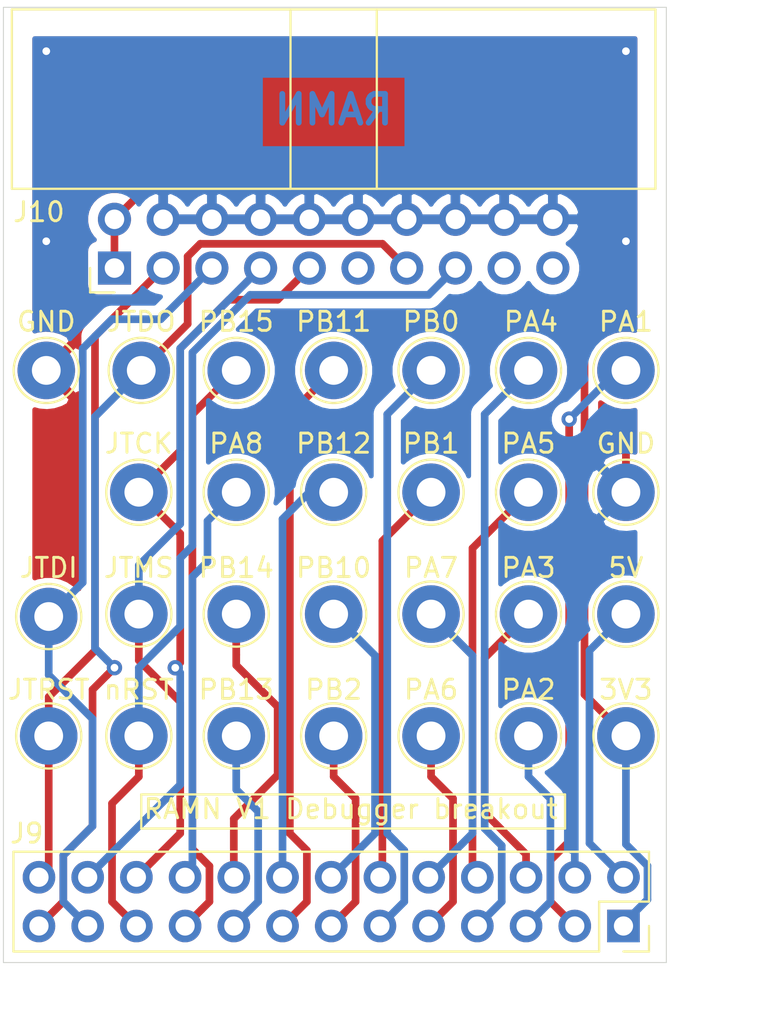
<source format=kicad_pcb>
(kicad_pcb (version 20171130) (host pcbnew "(5.1.9)-1")

  (general
    (thickness 1.6)
    (drawings 12)
    (tracks 171)
    (zones 0)
    (modules 29)
    (nets 30)
  )

  (page A4)
  (layers
    (0 F.Cu signal)
    (31 B.Cu signal)
    (32 B.Adhes user hide)
    (33 F.Adhes user hide)
    (34 B.Paste user hide)
    (35 F.Paste user hide)
    (36 B.SilkS user)
    (37 F.SilkS user)
    (38 B.Mask user hide)
    (39 F.Mask user hide)
    (40 Dwgs.User user)
    (41 Cmts.User user hide)
    (42 Eco1.User user)
    (43 Eco2.User user)
    (44 Edge.Cuts user)
    (45 Margin user)
    (46 B.CrtYd user)
    (47 F.CrtYd user)
    (48 B.Fab user hide)
    (49 F.Fab user hide)
  )

  (setup
    (last_trace_width 0.4)
    (trace_clearance 0.2)
    (zone_clearance 0.508)
    (zone_45_only no)
    (trace_min 0.2)
    (via_size 0.8)
    (via_drill 0.4)
    (via_min_size 0.4)
    (via_min_drill 0.3)
    (uvia_size 0.3)
    (uvia_drill 0.1)
    (uvias_allowed no)
    (uvia_min_size 0.2)
    (uvia_min_drill 0.1)
    (edge_width 0.05)
    (segment_width 0.2)
    (pcb_text_width 0.3)
    (pcb_text_size 1.5 1.5)
    (mod_edge_width 0.12)
    (mod_text_size 1 1)
    (mod_text_width 0.15)
    (pad_size 3 3)
    (pad_drill 1.5)
    (pad_to_mask_clearance 0)
    (aux_axis_origin 19.05 20.32)
    (visible_elements 7FFFFFFF)
    (pcbplotparams
      (layerselection 0x010e8_ffffffff)
      (usegerberextensions false)
      (usegerberattributes false)
      (usegerberadvancedattributes false)
      (creategerberjobfile false)
      (excludeedgelayer true)
      (linewidth 0.100000)
      (plotframeref false)
      (viasonmask false)
      (mode 1)
      (useauxorigin false)
      (hpglpennumber 1)
      (hpglpenspeed 20)
      (hpglpendiameter 15.000000)
      (psnegative false)
      (psa4output false)
      (plotreference true)
      (plotvalue true)
      (plotinvisibletext false)
      (padsonsilk false)
      (subtractmaskfromsilk false)
      (outputformat 4)
      (mirror false)
      (drillshape 0)
      (scaleselection 1)
      (outputdirectory "CAD/"))
  )

  (net 0 "")
  (net 1 GND)
  (net 2 /3V3_ECU)
  (net 3 /PA2)
  (net 4 /PA7)
  (net 5 /PA6)
  (net 6 /PA5)
  (net 7 /PA4)
  (net 8 /PA3)
  (net 9 /PA1)
  (net 10 /PA8)
  (net 11 /PB15)
  (net 12 /PB14)
  (net 13 /PB13)
  (net 14 /PB12)
  (net 15 /PB11)
  (net 16 /PB10)
  (net 17 /PB2)
  (net 18 /PB1)
  (net 19 /PB0)
  (net 20 +5V)
  (net 21 /SYS_JTRST)
  (net 22 /SYS_JTDI)
  (net 23 /nRST)
  (net 24 /SYS_JTDO-SWO)
  (net 25 /SYS_JTCK-SWCLK)
  (net 26 /SYS_JTMS-SWDIO)
  (net 27 "Net-(J10-Pad19)")
  (net 28 "Net-(J10-Pad17)")
  (net 29 "Net-(J10-Pad11)")

  (net_class Default "This is the default net class."
    (clearance 0.2)
    (trace_width 0.4)
    (via_dia 0.8)
    (via_drill 0.4)
    (uvia_dia 0.3)
    (uvia_drill 0.1)
    (add_net +5V)
    (add_net /3V3_ECU)
    (add_net /PA1)
    (add_net /PA2)
    (add_net /PA3)
    (add_net /PA4)
    (add_net /PA5)
    (add_net /PA6)
    (add_net /PA7)
    (add_net /PA8)
    (add_net /PB0)
    (add_net /PB1)
    (add_net /PB10)
    (add_net /PB11)
    (add_net /PB12)
    (add_net /PB13)
    (add_net /PB14)
    (add_net /PB15)
    (add_net /PB2)
    (add_net /SYS_JTCK-SWCLK)
    (add_net /SYS_JTDI)
    (add_net /SYS_JTDO-SWO)
    (add_net /SYS_JTMS-SWDIO)
    (add_net /SYS_JTRST)
    (add_net /nRST)
    (add_net GND)
    (add_net "Net-(J10-Pad11)")
    (add_net "Net-(J10-Pad17)")
    (add_net "Net-(J10-Pad19)")
  )

  (module Connector_PinSocket_2.54mm:PinSocket_2x13_P2.54mm_Vertical (layer F.Cu) (tedit 5A19A430) (tstamp 5FC75513)
    (at 51.308 64.135 270)
    (descr "Through hole straight socket strip, 2x13, 2.54mm pitch, double cols (from Kicad 4.0.7), script generated")
    (tags "Through hole socket strip THT 2x13 2.54mm double row")
    (path /5D87B279)
    (fp_text reference J9 (at -4.826 31.115) (layer F.SilkS)
      (effects (font (size 1 1) (thickness 0.15)))
    )
    (fp_text value " " (at -1.27 33.25 270) (layer F.Fab)
      (effects (font (size 1 1) (thickness 0.15)))
    )
    (fp_line (start -3.81 -1.27) (end 0.27 -1.27) (layer F.Fab) (width 0.1))
    (fp_line (start 0.27 -1.27) (end 1.27 -0.27) (layer F.Fab) (width 0.1))
    (fp_line (start 1.27 -0.27) (end 1.27 31.75) (layer F.Fab) (width 0.1))
    (fp_line (start 1.27 31.75) (end -3.81 31.75) (layer F.Fab) (width 0.1))
    (fp_line (start -3.81 31.75) (end -3.81 -1.27) (layer F.Fab) (width 0.1))
    (fp_line (start -3.87 -1.33) (end -1.27 -1.33) (layer F.SilkS) (width 0.12))
    (fp_line (start -3.87 -1.33) (end -3.87 31.81) (layer F.SilkS) (width 0.12))
    (fp_line (start -3.87 31.81) (end 1.33 31.81) (layer F.SilkS) (width 0.12))
    (fp_line (start 1.33 1.27) (end 1.33 31.81) (layer F.SilkS) (width 0.12))
    (fp_line (start -1.27 1.27) (end 1.33 1.27) (layer F.SilkS) (width 0.12))
    (fp_line (start -1.27 -1.33) (end -1.27 1.27) (layer F.SilkS) (width 0.12))
    (fp_line (start 1.33 -1.33) (end 1.33 0) (layer F.SilkS) (width 0.12))
    (fp_line (start 0 -1.33) (end 1.33 -1.33) (layer F.SilkS) (width 0.12))
    (fp_line (start -4.34 -1.8) (end 1.76 -1.8) (layer F.CrtYd) (width 0.05))
    (fp_line (start 1.76 -1.8) (end 1.76 32.25) (layer F.CrtYd) (width 0.05))
    (fp_line (start 1.76 32.25) (end -4.34 32.25) (layer F.CrtYd) (width 0.05))
    (fp_line (start -4.34 32.25) (end -4.34 -1.8) (layer F.CrtYd) (width 0.05))
    (fp_text user %R (at -1.27 15.24 180) (layer F.Fab)
      (effects (font (size 1 1) (thickness 0.15)))
    )
    (pad 26 thru_hole oval (at -2.54 30.48 270) (size 1.7 1.7) (drill 1) (layers *.Cu *.Mask)
      (net 21 /SYS_JTRST))
    (pad 25 thru_hole oval (at 0 30.48 270) (size 1.7 1.7) (drill 1) (layers *.Cu *.Mask)
      (net 24 /SYS_JTDO-SWO))
    (pad 24 thru_hole oval (at -2.54 27.94 270) (size 1.7 1.7) (drill 1) (layers *.Cu *.Mask)
      (net 25 /SYS_JTCK-SWCLK))
    (pad 23 thru_hole oval (at 0 27.94 270) (size 1.7 1.7) (drill 1) (layers *.Cu *.Mask)
      (net 22 /SYS_JTDI))
    (pad 22 thru_hole oval (at -2.54 25.4 270) (size 1.7 1.7) (drill 1) (layers *.Cu *.Mask)
      (net 26 /SYS_JTMS-SWDIO))
    (pad 21 thru_hole oval (at 0 25.4 270) (size 1.7 1.7) (drill 1) (layers *.Cu *.Mask)
      (net 23 /nRST))
    (pad 20 thru_hole oval (at -2.54 22.86 270) (size 1.7 1.7) (drill 1) (layers *.Cu *.Mask)
      (net 10 /PA8))
    (pad 19 thru_hole oval (at 0 22.86 270) (size 1.7 1.7) (drill 1) (layers *.Cu *.Mask)
      (net 11 /PB15))
    (pad 18 thru_hole oval (at -2.54 20.32 270) (size 1.7 1.7) (drill 1) (layers *.Cu *.Mask)
      (net 12 /PB14))
    (pad 17 thru_hole oval (at 0 20.32 270) (size 1.7 1.7) (drill 1) (layers *.Cu *.Mask)
      (net 13 /PB13))
    (pad 16 thru_hole oval (at -2.54 17.78 270) (size 1.7 1.7) (drill 1) (layers *.Cu *.Mask)
      (net 14 /PB12))
    (pad 15 thru_hole oval (at 0 17.78 270) (size 1.7 1.7) (drill 1) (layers *.Cu *.Mask)
      (net 15 /PB11))
    (pad 14 thru_hole oval (at -2.54 15.24 270) (size 1.7 1.7) (drill 1) (layers *.Cu *.Mask)
      (net 16 /PB10))
    (pad 13 thru_hole oval (at 0 15.24 270) (size 1.7 1.7) (drill 1) (layers *.Cu *.Mask)
      (net 17 /PB2))
    (pad 12 thru_hole oval (at -2.54 12.7 270) (size 1.7 1.7) (drill 1) (layers *.Cu *.Mask)
      (net 18 /PB1))
    (pad 11 thru_hole oval (at 0 12.7 270) (size 1.7 1.7) (drill 1) (layers *.Cu *.Mask)
      (net 19 /PB0))
    (pad 10 thru_hole oval (at -2.54 10.16 270) (size 1.7 1.7) (drill 1) (layers *.Cu *.Mask)
      (net 4 /PA7))
    (pad 9 thru_hole oval (at 0 10.16 270) (size 1.7 1.7) (drill 1) (layers *.Cu *.Mask)
      (net 5 /PA6))
    (pad 8 thru_hole oval (at -2.54 7.62 270) (size 1.7 1.7) (drill 1) (layers *.Cu *.Mask)
      (net 6 /PA5))
    (pad 7 thru_hole oval (at 0 7.62 270) (size 1.7 1.7) (drill 1) (layers *.Cu *.Mask)
      (net 7 /PA4))
    (pad 6 thru_hole oval (at -2.54 5.08 270) (size 1.7 1.7) (drill 1) (layers *.Cu *.Mask)
      (net 8 /PA3))
    (pad 5 thru_hole oval (at 0 5.08 270) (size 1.7 1.7) (drill 1) (layers *.Cu *.Mask)
      (net 3 /PA2))
    (pad 4 thru_hole oval (at -2.54 2.54 270) (size 1.7 1.7) (drill 1) (layers *.Cu *.Mask)
      (net 1 GND))
    (pad 3 thru_hole oval (at 0 2.54 270) (size 1.7 1.7) (drill 1) (layers *.Cu *.Mask)
      (net 9 /PA1))
    (pad 2 thru_hole oval (at -2.54 0 270) (size 1.7 1.7) (drill 1) (layers *.Cu *.Mask)
      (net 20 +5V))
    (pad 1 thru_hole rect (at 0 0 270) (size 1.7 1.7) (drill 1) (layers *.Cu *.Mask)
      (net 2 /3V3_ECU))
    (model ${KISYS3DMOD}/Connector_PinSocket_2.54mm.3dshapes/PinSocket_2x13_P2.54mm_Vertical.wrl
      (at (xyz 0 0 0))
      (scale (xyz 1 1 1))
      (rotate (xyz 0 0 0))
    )
    (model ${KISYS3DMOD}/Connector_PinHeader_2.54mm.3dshapes/PinHeader_2x13_P2.54mm_Vertical.step
      (offset (xyz 0 0 1))
      (scale (xyz 1 1 1))
      (rotate (xyz 0 180 0))
    )
  )

  (module Connector_IDC:IDC-Header_2x10_P2.54mm_Horizontal (layer F.Cu) (tedit 59DE217B) (tstamp 5FC75C47)
    (at 24.765 29.845 90)
    (descr "Through hole angled IDC box header, 2x10, 2.54mm pitch, double rows")
    (tags "Through hole IDC box header THT 2x10 2.54mm double row")
    (path /5DEDB2F4)
    (fp_text reference J10 (at 2.921 -3.937 180) (layer F.SilkS)
      (effects (font (size 1 1) (thickness 0.15)))
    )
    (fp_text value Conn_ARM_JTAG_SWD_20 (at 6.105 29.464 -90) (layer F.Fab)
      (effects (font (size 1 1) (thickness 0.15)))
    )
    (fp_line (start 13.48 28.21) (end -1.12 28.21) (layer F.CrtYd) (width 0.05))
    (fp_line (start 13.48 -5.35) (end 13.48 28.21) (layer F.CrtYd) (width 0.05))
    (fp_line (start -1.12 28.21) (end -1.12 -5.35) (layer F.CrtYd) (width 0.05))
    (fp_line (start -1.12 -5.35) (end 13.48 -5.35) (layer F.CrtYd) (width 0.05))
    (fp_line (start 4.13 9.18) (end 13.48 9.18) (layer F.SilkS) (width 0.12))
    (fp_line (start 4.13 28.21) (end 4.13 -5.35) (layer F.SilkS) (width 0.12))
    (fp_line (start 4.13 28.21) (end 13.48 28.21) (layer F.SilkS) (width 0.12))
    (fp_line (start 4.13 13.68) (end 13.48 13.68) (layer F.SilkS) (width 0.12))
    (fp_line (start 4.13 -5.35) (end 13.48 -5.35) (layer F.SilkS) (width 0.12))
    (fp_line (start 13.48 -5.35) (end 13.48 28.21) (layer F.SilkS) (width 0.12))
    (fp_line (start 0 -1.27) (end -1.27 -1.27) (layer F.SilkS) (width 0.12))
    (fp_line (start -1.27 -1.27) (end -1.27 0) (layer F.SilkS) (width 0.12))
    (fp_line (start 5.38 -5.1) (end 13.23 -5.1) (layer F.Fab) (width 0.1))
    (fp_line (start 4.38 9.84) (end -0.32 9.84) (layer F.Fab) (width 0.1))
    (fp_line (start 4.38 9.18) (end 13.23 9.18) (layer F.Fab) (width 0.1))
    (fp_line (start 4.38 7.3) (end -0.32 7.3) (layer F.Fab) (width 0.1))
    (fp_line (start 4.38 4.76) (end -0.32 4.76) (layer F.Fab) (width 0.1))
    (fp_line (start 4.38 27.96) (end 4.38 -4.1) (layer F.Fab) (width 0.1))
    (fp_line (start 4.38 27.96) (end 13.23 27.96) (layer F.Fab) (width 0.1))
    (fp_line (start 4.38 22.54) (end -0.32 22.54) (layer F.Fab) (width 0.1))
    (fp_line (start 4.38 20) (end -0.32 20) (layer F.Fab) (width 0.1))
    (fp_line (start 4.38 2.22) (end -0.32 2.22) (layer F.Fab) (width 0.1))
    (fp_line (start 4.38 17.46) (end -0.32 17.46) (layer F.Fab) (width 0.1))
    (fp_line (start 4.38 14.92) (end -0.32 14.92) (layer F.Fab) (width 0.1))
    (fp_line (start 4.38 13.68) (end 13.23 13.68) (layer F.Fab) (width 0.1))
    (fp_line (start 4.38 12.38) (end -0.32 12.38) (layer F.Fab) (width 0.1))
    (fp_line (start 4.38 -4.1) (end 5.38 -5.1) (layer F.Fab) (width 0.1))
    (fp_line (start 4.38 -0.32) (end -0.32 -0.32) (layer F.Fab) (width 0.1))
    (fp_line (start 13.23 27.96) (end 13.23 -5.1) (layer F.Fab) (width 0.1))
    (fp_line (start -0.32 9.84) (end -0.32 10.48) (layer F.Fab) (width 0.1))
    (fp_line (start -0.32 7.94) (end 4.38 7.94) (layer F.Fab) (width 0.1))
    (fp_line (start -0.32 7.3) (end -0.32 7.94) (layer F.Fab) (width 0.1))
    (fp_line (start -0.32 5.4) (end 4.38 5.4) (layer F.Fab) (width 0.1))
    (fp_line (start -0.32 4.76) (end -0.32 5.4) (layer F.Fab) (width 0.1))
    (fp_line (start -0.32 23.18) (end 4.38 23.18) (layer F.Fab) (width 0.1))
    (fp_line (start -0.32 22.54) (end -0.32 23.18) (layer F.Fab) (width 0.1))
    (fp_line (start -0.32 20.64) (end 4.38 20.64) (layer F.Fab) (width 0.1))
    (fp_line (start -0.32 20) (end -0.32 20.64) (layer F.Fab) (width 0.1))
    (fp_line (start -0.32 2.86) (end 4.38 2.86) (layer F.Fab) (width 0.1))
    (fp_line (start -0.32 2.22) (end -0.32 2.86) (layer F.Fab) (width 0.1))
    (fp_line (start -0.32 18.1) (end 4.38 18.1) (layer F.Fab) (width 0.1))
    (fp_line (start -0.32 17.46) (end -0.32 18.1) (layer F.Fab) (width 0.1))
    (fp_line (start -0.32 15.56) (end 4.38 15.56) (layer F.Fab) (width 0.1))
    (fp_line (start -0.32 14.92) (end -0.32 15.56) (layer F.Fab) (width 0.1))
    (fp_line (start -0.32 13.02) (end 4.38 13.02) (layer F.Fab) (width 0.1))
    (fp_line (start -0.32 12.38) (end -0.32 13.02) (layer F.Fab) (width 0.1))
    (fp_line (start -0.32 10.48) (end 4.38 10.48) (layer F.Fab) (width 0.1))
    (fp_line (start -0.32 0.32) (end 4.38 0.32) (layer F.Fab) (width 0.1))
    (fp_line (start -0.32 -0.32) (end -0.32 0.32) (layer F.Fab) (width 0.1))
    (fp_text user %R (at 8.805 11.43 -180) (layer F.Fab)
      (effects (font (size 1 1) (thickness 0.15)))
    )
    (pad 1 thru_hole rect (at 0 0 90) (size 1.7272 1.7272) (drill 1.016) (layers *.Cu *.Mask)
      (net 2 /3V3_ECU))
    (pad 2 thru_hole oval (at 2.54 0 90) (size 1.7272 1.7272) (drill 1.016) (layers *.Cu *.Mask)
      (net 2 /3V3_ECU))
    (pad 3 thru_hole oval (at 0 2.54 90) (size 1.7272 1.7272) (drill 1.016) (layers *.Cu *.Mask)
      (net 21 /SYS_JTRST))
    (pad 4 thru_hole oval (at 2.54 2.54 90) (size 1.7272 1.7272) (drill 1.016) (layers *.Cu *.Mask)
      (net 1 GND))
    (pad 5 thru_hole oval (at 0 5.08 90) (size 1.7272 1.7272) (drill 1.016) (layers *.Cu *.Mask)
      (net 22 /SYS_JTDI))
    (pad 6 thru_hole oval (at 2.54 5.08 90) (size 1.7272 1.7272) (drill 1.016) (layers *.Cu *.Mask)
      (net 1 GND))
    (pad 7 thru_hole oval (at 0 7.62 90) (size 1.7272 1.7272) (drill 1.016) (layers *.Cu *.Mask)
      (net 26 /SYS_JTMS-SWDIO))
    (pad 8 thru_hole oval (at 2.54 7.62 90) (size 1.7272 1.7272) (drill 1.016) (layers *.Cu *.Mask)
      (net 1 GND))
    (pad 9 thru_hole oval (at 0 10.16 90) (size 1.7272 1.7272) (drill 1.016) (layers *.Cu *.Mask)
      (net 25 /SYS_JTCK-SWCLK))
    (pad 10 thru_hole oval (at 2.54 10.16 90) (size 1.7272 1.7272) (drill 1.016) (layers *.Cu *.Mask)
      (net 1 GND))
    (pad 11 thru_hole oval (at 0 12.7 90) (size 1.7272 1.7272) (drill 1.016) (layers *.Cu *.Mask)
      (net 29 "Net-(J10-Pad11)"))
    (pad 12 thru_hole oval (at 2.54 12.7 90) (size 1.7272 1.7272) (drill 1.016) (layers *.Cu *.Mask)
      (net 1 GND))
    (pad 13 thru_hole oval (at 0 15.24 90) (size 1.7272 1.7272) (drill 1.016) (layers *.Cu *.Mask)
      (net 24 /SYS_JTDO-SWO))
    (pad 14 thru_hole oval (at 2.54 15.24 90) (size 1.7272 1.7272) (drill 1.016) (layers *.Cu *.Mask)
      (net 1 GND))
    (pad 15 thru_hole oval (at 0 17.78 90) (size 1.7272 1.7272) (drill 1.016) (layers *.Cu *.Mask)
      (net 23 /nRST))
    (pad 16 thru_hole oval (at 2.54 17.78 90) (size 1.7272 1.7272) (drill 1.016) (layers *.Cu *.Mask)
      (net 1 GND))
    (pad 17 thru_hole oval (at 0 20.32 90) (size 1.7272 1.7272) (drill 1.016) (layers *.Cu *.Mask)
      (net 28 "Net-(J10-Pad17)"))
    (pad 18 thru_hole oval (at 2.54 20.32 90) (size 1.7272 1.7272) (drill 1.016) (layers *.Cu *.Mask)
      (net 1 GND))
    (pad 19 thru_hole oval (at 0 22.86 90) (size 1.7272 1.7272) (drill 1.016) (layers *.Cu *.Mask)
      (net 27 "Net-(J10-Pad19)"))
    (pad 20 thru_hole oval (at 2.54 22.86 90) (size 1.7272 1.7272) (drill 1.016) (layers *.Cu *.Mask)
      (net 1 GND))
    (model ${KISYS3DMOD}/Connector_IDC.3dshapes/IDC-Header_2x10_P2.54mm_Horizontal.wrl
      (at (xyz 0 0 0))
      (scale (xyz 1 1 1))
      (rotate (xyz 0 0 0))
    )
  )

  (module TestPoint:TestPoint_Loop_D2.54mm_Drill1.5mm_Beaded (layer F.Cu) (tedit 5A0F774F) (tstamp 5FC758B4)
    (at 21.209 35.179)
    (descr "wire loop with bead as test point, loop diameter2.548mm, hole diameter 1.5mm")
    (tags "test point wire loop bead")
    (path /5DF49BD6)
    (fp_text reference GND (at 0 -2.54) (layer F.SilkS)
      (effects (font (size 1 1) (thickness 0.15)))
    )
    (fp_text value TestPoint (at 0 -2.8) (layer F.Fab)
      (effects (font (size 1 1) (thickness 0.15)))
    )
    (fp_line (start -1.3 -0.3) (end -1.3 0.3) (layer F.Fab) (width 0.12))
    (fp_line (start -1.3 0.3) (end 1.3 0.3) (layer F.Fab) (width 0.12))
    (fp_line (start 1.3 0.3) (end 1.3 -0.3) (layer F.Fab) (width 0.12))
    (fp_line (start 1.3 -0.3) (end -1.3 -0.3) (layer F.Fab) (width 0.12))
    (fp_circle (center 0 0) (end 2 0) (layer F.CrtYd) (width 0.05))
    (fp_circle (center 0 0) (end 1.7 0) (layer F.SilkS) (width 0.12))
    (fp_circle (center 0 0) (end 1.5 0) (layer F.Fab) (width 0.12))
    (fp_text user %R (at 0.7 2.5) (layer F.Fab)
      (effects (font (size 1 1) (thickness 0.15)))
    )
    (pad 1 thru_hole circle (at 0 0) (size 3 3) (drill 1.5) (layers *.Cu *.Mask)
      (net 1 GND))
    (model ${KISYS3DMOD}/TestPoint.3dshapes/TestPoint_Loop_D2.54mm_Drill1.5mm_Beaded.wrl
      (at (xyz 0 0 0))
      (scale (xyz 1 1 1))
      (rotate (xyz 0 0 0))
    )
  )

  (module TestPoint:TestPoint_Loop_D2.54mm_Drill1.5mm_Beaded (layer F.Cu) (tedit 5A0F774F) (tstamp 5DECD00C)
    (at 31.115 54.229)
    (descr "wire loop with bead as test point, loop diameter2.548mm, hole diameter 1.5mm")
    (tags "test point wire loop bead")
    (path /5DEE3A62)
    (fp_text reference PB13 (at 0 -2.413) (layer F.SilkS)
      (effects (font (size 1 1) (thickness 0.15)))
    )
    (fp_text value TestPoint (at 0 -2.8) (layer F.Fab)
      (effects (font (size 1 1) (thickness 0.15)))
    )
    (fp_line (start -1.3 -0.3) (end -1.3 0.3) (layer F.Fab) (width 0.12))
    (fp_line (start -1.3 0.3) (end 1.3 0.3) (layer F.Fab) (width 0.12))
    (fp_line (start 1.3 0.3) (end 1.3 -0.3) (layer F.Fab) (width 0.12))
    (fp_line (start 1.3 -0.3) (end -1.3 -0.3) (layer F.Fab) (width 0.12))
    (fp_circle (center 0 0) (end 2 0) (layer F.CrtYd) (width 0.05))
    (fp_circle (center 0 0) (end 1.7 0) (layer F.SilkS) (width 0.12))
    (fp_circle (center 0 0) (end 1.5 0) (layer F.Fab) (width 0.12))
    (fp_text user %R (at 0.7 2.5) (layer F.Fab)
      (effects (font (size 1 1) (thickness 0.15)))
    )
    (pad 1 thru_hole circle (at 0 0) (size 3 3) (drill 1.5) (layers *.Cu *.Mask)
      (net 13 /PB13))
    (model ${KISYS3DMOD}/TestPoint.3dshapes/TestPoint_Loop_D2.54mm_Drill1.5mm_Beaded.wrl
      (at (xyz 0 0 0))
      (scale (xyz 1 1 1))
      (rotate (xyz 0 0 0))
    )
  )

  (module TestPoint:TestPoint_Loop_D2.54mm_Drill1.5mm_Beaded (layer F.Cu) (tedit 5A0F774F) (tstamp 5DECCFE8)
    (at 31.115 35.179)
    (descr "wire loop with bead as test point, loop diameter2.548mm, hole diameter 1.5mm")
    (tags "test point wire loop bead")
    (path /5DEE4A4C)
    (fp_text reference PB15 (at 0 -2.54) (layer F.SilkS)
      (effects (font (size 1 1) (thickness 0.15)))
    )
    (fp_text value TestPoint (at 0 -2.8) (layer F.Fab)
      (effects (font (size 1 1) (thickness 0.15)))
    )
    (fp_line (start -1.3 -0.3) (end -1.3 0.3) (layer F.Fab) (width 0.12))
    (fp_line (start -1.3 0.3) (end 1.3 0.3) (layer F.Fab) (width 0.12))
    (fp_line (start 1.3 0.3) (end 1.3 -0.3) (layer F.Fab) (width 0.12))
    (fp_line (start 1.3 -0.3) (end -1.3 -0.3) (layer F.Fab) (width 0.12))
    (fp_circle (center 0 0) (end 2 0) (layer F.CrtYd) (width 0.05))
    (fp_circle (center 0 0) (end 1.7 0) (layer F.SilkS) (width 0.12))
    (fp_circle (center 0 0) (end 1.5 0) (layer F.Fab) (width 0.12))
    (fp_text user %R (at 0.7 2.5) (layer F.Fab)
      (effects (font (size 1 1) (thickness 0.15)))
    )
    (pad 1 thru_hole circle (at 0 0) (size 3 3) (drill 1.5) (layers *.Cu *.Mask)
      (net 11 /PB15))
    (model ${KISYS3DMOD}/TestPoint.3dshapes/TestPoint_Loop_D2.54mm_Drill1.5mm_Beaded.wrl
      (at (xyz 0 0 0))
      (scale (xyz 1 1 1))
      (rotate (xyz 0 0 0))
    )
  )

  (module TestPoint:TestPoint_Loop_D2.54mm_Drill1.5mm_Beaded (layer F.Cu) (tedit 5A0F774F) (tstamp 5DECD030)
    (at 31.115 47.879)
    (descr "wire loop with bead as test point, loop diameter2.548mm, hole diameter 1.5mm")
    (tags "test point wire loop bead")
    (path /5DEF3022)
    (fp_text reference PB14 (at 0 -2.413) (layer F.SilkS)
      (effects (font (size 1 1) (thickness 0.15)))
    )
    (fp_text value TestPoint (at 0 -2.8) (layer F.Fab)
      (effects (font (size 1 1) (thickness 0.15)))
    )
    (fp_line (start -1.3 -0.3) (end -1.3 0.3) (layer F.Fab) (width 0.12))
    (fp_line (start -1.3 0.3) (end 1.3 0.3) (layer F.Fab) (width 0.12))
    (fp_line (start 1.3 0.3) (end 1.3 -0.3) (layer F.Fab) (width 0.12))
    (fp_line (start 1.3 -0.3) (end -1.3 -0.3) (layer F.Fab) (width 0.12))
    (fp_circle (center 0 0) (end 2 0) (layer F.CrtYd) (width 0.05))
    (fp_circle (center 0 0) (end 1.7 0) (layer F.SilkS) (width 0.12))
    (fp_circle (center 0 0) (end 1.5 0) (layer F.Fab) (width 0.12))
    (fp_text user %R (at 0.7 2.5) (layer F.Fab)
      (effects (font (size 1 1) (thickness 0.15)))
    )
    (pad 1 thru_hole circle (at 0 0) (size 3 3) (drill 1.5) (layers *.Cu *.Mask)
      (net 12 /PB14))
    (model ${KISYS3DMOD}/TestPoint.3dshapes/TestPoint_Loop_D2.54mm_Drill1.5mm_Beaded.wrl
      (at (xyz 0 0 0))
      (scale (xyz 1 1 1))
      (rotate (xyz 0 0 0))
    )
  )

  (module TestPoint:TestPoint_Loop_D2.54mm_Drill1.5mm_Beaded (layer F.Cu) (tedit 5A0F774F) (tstamp 5DECCE56)
    (at 36.195 41.529)
    (descr "wire loop with bead as test point, loop diameter2.548mm, hole diameter 1.5mm")
    (tags "test point wire loop bead")
    (path /5DEF02F5)
    (fp_text reference PB12 (at 0 -2.54) (layer F.SilkS)
      (effects (font (size 1 1) (thickness 0.15)))
    )
    (fp_text value TestPoint (at 0 -2.8) (layer F.Fab)
      (effects (font (size 1 1) (thickness 0.15)))
    )
    (fp_line (start -1.3 -0.3) (end -1.3 0.3) (layer F.Fab) (width 0.12))
    (fp_line (start -1.3 0.3) (end 1.3 0.3) (layer F.Fab) (width 0.12))
    (fp_line (start 1.3 0.3) (end 1.3 -0.3) (layer F.Fab) (width 0.12))
    (fp_line (start 1.3 -0.3) (end -1.3 -0.3) (layer F.Fab) (width 0.12))
    (fp_circle (center 0 0) (end 2 0) (layer F.CrtYd) (width 0.05))
    (fp_circle (center 0 0) (end 1.7 0) (layer F.SilkS) (width 0.12))
    (fp_circle (center 0 0) (end 1.5 0) (layer F.Fab) (width 0.12))
    (fp_text user %R (at 0.7 2.5) (layer F.Fab)
      (effects (font (size 1 1) (thickness 0.15)))
    )
    (pad 1 thru_hole circle (at 0 0) (size 3 3) (drill 1.5) (layers *.Cu *.Mask)
      (net 14 /PB12))
    (model ${KISYS3DMOD}/TestPoint.3dshapes/TestPoint_Loop_D2.54mm_Drill1.5mm_Beaded.wrl
      (at (xyz 0 0 0))
      (scale (xyz 1 1 1))
      (rotate (xyz 0 0 0))
    )
  )

  (module TestPoint:TestPoint_Loop_D2.54mm_Drill1.5mm_Beaded (layer F.Cu) (tedit 5A0F774F) (tstamp 5DECCD12)
    (at 36.195 35.179)
    (descr "wire loop with bead as test point, loop diameter2.548mm, hole diameter 1.5mm")
    (tags "test point wire loop bead")
    (path /5DEDD56E)
    (fp_text reference PB11 (at 0 -2.54) (layer F.SilkS)
      (effects (font (size 1 1) (thickness 0.15)))
    )
    (fp_text value TestPoint (at 0 -2.8) (layer F.Fab)
      (effects (font (size 1 1) (thickness 0.15)))
    )
    (fp_line (start -1.3 -0.3) (end -1.3 0.3) (layer F.Fab) (width 0.12))
    (fp_line (start -1.3 0.3) (end 1.3 0.3) (layer F.Fab) (width 0.12))
    (fp_line (start 1.3 0.3) (end 1.3 -0.3) (layer F.Fab) (width 0.12))
    (fp_line (start 1.3 -0.3) (end -1.3 -0.3) (layer F.Fab) (width 0.12))
    (fp_circle (center 0 0) (end 2 0) (layer F.CrtYd) (width 0.05))
    (fp_circle (center 0 0) (end 1.7 0) (layer F.SilkS) (width 0.12))
    (fp_circle (center 0 0) (end 1.5 0) (layer F.Fab) (width 0.12))
    (fp_text user %R (at 0.7 2.5) (layer F.Fab)
      (effects (font (size 1 1) (thickness 0.15)))
    )
    (pad 1 thru_hole circle (at 0 0) (size 3 3) (drill 1.5) (layers *.Cu *.Mask)
      (net 15 /PB11))
    (model ${KISYS3DMOD}/TestPoint.3dshapes/TestPoint_Loop_D2.54mm_Drill1.5mm_Beaded.wrl
      (at (xyz 0 0 0))
      (scale (xyz 1 1 1))
      (rotate (xyz 0 0 0))
    )
  )

  (module TestPoint:TestPoint_Loop_D2.54mm_Drill1.5mm_Beaded (layer F.Cu) (tedit 5A0F774F) (tstamp 5DECCD5A)
    (at 36.195 47.879)
    (descr "wire loop with bead as test point, loop diameter2.548mm, hole diameter 1.5mm")
    (tags "test point wire loop bead")
    (path /5DEEEAF7)
    (fp_text reference PB10 (at 0 -2.413) (layer F.SilkS)
      (effects (font (size 1 1) (thickness 0.15)))
    )
    (fp_text value TestPoint (at 0 -2.8) (layer F.Fab)
      (effects (font (size 1 1) (thickness 0.15)))
    )
    (fp_line (start -1.3 -0.3) (end -1.3 0.3) (layer F.Fab) (width 0.12))
    (fp_line (start -1.3 0.3) (end 1.3 0.3) (layer F.Fab) (width 0.12))
    (fp_line (start 1.3 0.3) (end 1.3 -0.3) (layer F.Fab) (width 0.12))
    (fp_line (start 1.3 -0.3) (end -1.3 -0.3) (layer F.Fab) (width 0.12))
    (fp_circle (center 0 0) (end 2 0) (layer F.CrtYd) (width 0.05))
    (fp_circle (center 0 0) (end 1.7 0) (layer F.SilkS) (width 0.12))
    (fp_circle (center 0 0) (end 1.5 0) (layer F.Fab) (width 0.12))
    (fp_text user %R (at 0.7 2.5) (layer F.Fab)
      (effects (font (size 1 1) (thickness 0.15)))
    )
    (pad 1 thru_hole circle (at 0 0) (size 3 3) (drill 1.5) (layers *.Cu *.Mask)
      (net 16 /PB10))
    (model ${KISYS3DMOD}/TestPoint.3dshapes/TestPoint_Loop_D2.54mm_Drill1.5mm_Beaded.wrl
      (at (xyz 0 0 0))
      (scale (xyz 1 1 1))
      (rotate (xyz 0 0 0))
    )
  )

  (module TestPoint:TestPoint_Loop_D2.54mm_Drill1.5mm_Beaded (layer F.Cu) (tedit 5A0F774F) (tstamp 5DECCD7E)
    (at 36.195 54.229)
    (descr "wire loop with bead as test point, loop diameter2.548mm, hole diameter 1.5mm")
    (tags "test point wire loop bead")
    (path /5DEDD2B2)
    (fp_text reference PB2 (at 0 -2.413) (layer F.SilkS)
      (effects (font (size 1 1) (thickness 0.15)))
    )
    (fp_text value TestPoint (at 0 -2.8) (layer F.Fab)
      (effects (font (size 1 1) (thickness 0.15)))
    )
    (fp_line (start -1.3 -0.3) (end -1.3 0.3) (layer F.Fab) (width 0.12))
    (fp_line (start -1.3 0.3) (end 1.3 0.3) (layer F.Fab) (width 0.12))
    (fp_line (start 1.3 0.3) (end 1.3 -0.3) (layer F.Fab) (width 0.12))
    (fp_line (start 1.3 -0.3) (end -1.3 -0.3) (layer F.Fab) (width 0.12))
    (fp_circle (center 0 0) (end 2 0) (layer F.CrtYd) (width 0.05))
    (fp_circle (center 0 0) (end 1.7 0) (layer F.SilkS) (width 0.12))
    (fp_circle (center 0 0) (end 1.5 0) (layer F.Fab) (width 0.12))
    (fp_text user %R (at 0.7 2.5) (layer F.Fab)
      (effects (font (size 1 1) (thickness 0.15)))
    )
    (pad 1 thru_hole circle (at 0 0) (size 3 3) (drill 1.5) (layers *.Cu *.Mask)
      (net 17 /PB2))
    (model ${KISYS3DMOD}/TestPoint.3dshapes/TestPoint_Loop_D2.54mm_Drill1.5mm_Beaded.wrl
      (at (xyz 0 0 0))
      (scale (xyz 1 1 1))
      (rotate (xyz 0 0 0))
    )
  )

  (module TestPoint:TestPoint_Loop_D2.54mm_Drill1.5mm_Beaded (layer F.Cu) (tedit 5A0F774F) (tstamp 5DECCDA2)
    (at 41.275 41.529)
    (descr "wire loop with bead as test point, loop diameter2.548mm, hole diameter 1.5mm")
    (tags "test point wire loop bead")
    (path /5DEEB8CB)
    (fp_text reference PB1 (at 0 -2.54) (layer F.SilkS)
      (effects (font (size 1 1) (thickness 0.15)))
    )
    (fp_text value TestPoint (at 0 -2.8) (layer F.Fab)
      (effects (font (size 1 1) (thickness 0.15)))
    )
    (fp_line (start -1.3 -0.3) (end -1.3 0.3) (layer F.Fab) (width 0.12))
    (fp_line (start -1.3 0.3) (end 1.3 0.3) (layer F.Fab) (width 0.12))
    (fp_line (start 1.3 0.3) (end 1.3 -0.3) (layer F.Fab) (width 0.12))
    (fp_line (start 1.3 -0.3) (end -1.3 -0.3) (layer F.Fab) (width 0.12))
    (fp_circle (center 0 0) (end 2 0) (layer F.CrtYd) (width 0.05))
    (fp_circle (center 0 0) (end 1.7 0) (layer F.SilkS) (width 0.12))
    (fp_circle (center 0 0) (end 1.5 0) (layer F.Fab) (width 0.12))
    (fp_text user %R (at 0.7 2.5) (layer F.Fab)
      (effects (font (size 1 1) (thickness 0.15)))
    )
    (pad 1 thru_hole circle (at 0 0) (size 3 3) (drill 1.5) (layers *.Cu *.Mask)
      (net 18 /PB1))
    (model ${KISYS3DMOD}/TestPoint.3dshapes/TestPoint_Loop_D2.54mm_Drill1.5mm_Beaded.wrl
      (at (xyz 0 0 0))
      (scale (xyz 1 1 1))
      (rotate (xyz 0 0 0))
    )
  )

  (module TestPoint:TestPoint_Loop_D2.54mm_Drill1.5mm_Beaded (layer F.Cu) (tedit 5A0F774F) (tstamp 5DECCD36)
    (at 41.275 35.179)
    (descr "wire loop with bead as test point, loop diameter2.548mm, hole diameter 1.5mm")
    (tags "test point wire loop bead")
    (path /5DEDD0B9)
    (fp_text reference PB0 (at 0 -2.54) (layer F.SilkS)
      (effects (font (size 1 1) (thickness 0.15)))
    )
    (fp_text value TestPoint (at 0 -2.8) (layer F.Fab)
      (effects (font (size 1 1) (thickness 0.15)))
    )
    (fp_line (start -1.3 -0.3) (end -1.3 0.3) (layer F.Fab) (width 0.12))
    (fp_line (start -1.3 0.3) (end 1.3 0.3) (layer F.Fab) (width 0.12))
    (fp_line (start 1.3 0.3) (end 1.3 -0.3) (layer F.Fab) (width 0.12))
    (fp_line (start 1.3 -0.3) (end -1.3 -0.3) (layer F.Fab) (width 0.12))
    (fp_circle (center 0 0) (end 2 0) (layer F.CrtYd) (width 0.05))
    (fp_circle (center 0 0) (end 1.7 0) (layer F.SilkS) (width 0.12))
    (fp_circle (center 0 0) (end 1.5 0) (layer F.Fab) (width 0.12))
    (fp_text user %R (at 0.7 2.5) (layer F.Fab)
      (effects (font (size 1 1) (thickness 0.15)))
    )
    (pad 1 thru_hole circle (at 0 0) (size 3 3) (drill 1.5) (layers *.Cu *.Mask)
      (net 19 /PB0))
    (model ${KISYS3DMOD}/TestPoint.3dshapes/TestPoint_Loop_D2.54mm_Drill1.5mm_Beaded.wrl
      (at (xyz 0 0 0))
      (scale (xyz 1 1 1))
      (rotate (xyz 0 0 0))
    )
  )

  (module TestPoint:TestPoint_Loop_D2.54mm_Drill1.5mm_Beaded (layer F.Cu) (tedit 5A0F774F) (tstamp 5DECCDC6)
    (at 31.115 41.529)
    (descr "wire loop with bead as test point, loop diameter2.548mm, hole diameter 1.5mm")
    (tags "test point wire loop bead")
    (path /5DEF46D2)
    (fp_text reference PA8 (at 0 -2.54) (layer F.SilkS)
      (effects (font (size 1 1) (thickness 0.15)))
    )
    (fp_text value TestPoint (at 0 -2.8) (layer F.Fab)
      (effects (font (size 1 1) (thickness 0.15)))
    )
    (fp_line (start -1.3 -0.3) (end -1.3 0.3) (layer F.Fab) (width 0.12))
    (fp_line (start -1.3 0.3) (end 1.3 0.3) (layer F.Fab) (width 0.12))
    (fp_line (start 1.3 0.3) (end 1.3 -0.3) (layer F.Fab) (width 0.12))
    (fp_line (start 1.3 -0.3) (end -1.3 -0.3) (layer F.Fab) (width 0.12))
    (fp_circle (center 0 0) (end 2 0) (layer F.CrtYd) (width 0.05))
    (fp_circle (center 0 0) (end 1.7 0) (layer F.SilkS) (width 0.12))
    (fp_circle (center 0 0) (end 1.5 0) (layer F.Fab) (width 0.12))
    (fp_text user %R (at 0.7 2.5) (layer F.Fab)
      (effects (font (size 1 1) (thickness 0.15)))
    )
    (pad 1 thru_hole circle (at 0 0) (size 3 3) (drill 1.5) (layers *.Cu *.Mask)
      (net 10 /PA8))
    (model ${KISYS3DMOD}/TestPoint.3dshapes/TestPoint_Loop_D2.54mm_Drill1.5mm_Beaded.wrl
      (at (xyz 0 0 0))
      (scale (xyz 1 1 1))
      (rotate (xyz 0 0 0))
    )
  )

  (module TestPoint:TestPoint_Loop_D2.54mm_Drill1.5mm_Beaded (layer F.Cu) (tedit 5A0F774F) (tstamp 5DECCE32)
    (at 41.275 47.879)
    (descr "wire loop with bead as test point, loop diameter2.548mm, hole diameter 1.5mm")
    (tags "test point wire loop bead")
    (path /5DEEB4E8)
    (fp_text reference PA7 (at 0 -2.413) (layer F.SilkS)
      (effects (font (size 1 1) (thickness 0.15)))
    )
    (fp_text value TestPoint (at 0 -2.8) (layer F.Fab)
      (effects (font (size 1 1) (thickness 0.15)))
    )
    (fp_line (start -1.3 -0.3) (end -1.3 0.3) (layer F.Fab) (width 0.12))
    (fp_line (start -1.3 0.3) (end 1.3 0.3) (layer F.Fab) (width 0.12))
    (fp_line (start 1.3 0.3) (end 1.3 -0.3) (layer F.Fab) (width 0.12))
    (fp_line (start 1.3 -0.3) (end -1.3 -0.3) (layer F.Fab) (width 0.12))
    (fp_circle (center 0 0) (end 2 0) (layer F.CrtYd) (width 0.05))
    (fp_circle (center 0 0) (end 1.7 0) (layer F.SilkS) (width 0.12))
    (fp_circle (center 0 0) (end 1.5 0) (layer F.Fab) (width 0.12))
    (fp_text user %R (at 0.7 2.5) (layer F.Fab)
      (effects (font (size 1 1) (thickness 0.15)))
    )
    (pad 1 thru_hole circle (at 0 0) (size 3 3) (drill 1.5) (layers *.Cu *.Mask)
      (net 4 /PA7))
    (model ${KISYS3DMOD}/TestPoint.3dshapes/TestPoint_Loop_D2.54mm_Drill1.5mm_Beaded.wrl
      (at (xyz 0 0 0))
      (scale (xyz 1 1 1))
      (rotate (xyz 0 0 0))
    )
  )

  (module TestPoint:TestPoint_Loop_D2.54mm_Drill1.5mm_Beaded (layer F.Cu) (tedit 5A0F774F) (tstamp 5DECCDEA)
    (at 41.275 54.229)
    (descr "wire loop with bead as test point, loop diameter2.548mm, hole diameter 1.5mm")
    (tags "test point wire loop bead")
    (path /5DEDCF05)
    (fp_text reference PA6 (at 0 -2.413) (layer F.SilkS)
      (effects (font (size 1 1) (thickness 0.15)))
    )
    (fp_text value TestPoint (at 0 -2.8) (layer F.Fab)
      (effects (font (size 1 1) (thickness 0.15)))
    )
    (fp_line (start -1.3 -0.3) (end -1.3 0.3) (layer F.Fab) (width 0.12))
    (fp_line (start -1.3 0.3) (end 1.3 0.3) (layer F.Fab) (width 0.12))
    (fp_line (start 1.3 0.3) (end 1.3 -0.3) (layer F.Fab) (width 0.12))
    (fp_line (start 1.3 -0.3) (end -1.3 -0.3) (layer F.Fab) (width 0.12))
    (fp_circle (center 0 0) (end 2 0) (layer F.CrtYd) (width 0.05))
    (fp_circle (center 0 0) (end 1.7 0) (layer F.SilkS) (width 0.12))
    (fp_circle (center 0 0) (end 1.5 0) (layer F.Fab) (width 0.12))
    (fp_text user %R (at 0.7 2.5) (layer F.Fab)
      (effects (font (size 1 1) (thickness 0.15)))
    )
    (pad 1 thru_hole circle (at 0 0) (size 3 3) (drill 1.5) (layers *.Cu *.Mask)
      (net 5 /PA6))
    (model ${KISYS3DMOD}/TestPoint.3dshapes/TestPoint_Loop_D2.54mm_Drill1.5mm_Beaded.wrl
      (at (xyz 0 0 0))
      (scale (xyz 1 1 1))
      (rotate (xyz 0 0 0))
    )
  )

  (module TestPoint:TestPoint_Loop_D2.54mm_Drill1.5mm_Beaded (layer F.Cu) (tedit 5A0F774F) (tstamp 5DECCE0E)
    (at 46.355 41.529)
    (descr "wire loop with bead as test point, loop diameter2.548mm, hole diameter 1.5mm")
    (tags "test point wire loop bead")
    (path /5DEEB1FE)
    (fp_text reference PA5 (at 0 -2.54) (layer F.SilkS)
      (effects (font (size 1 1) (thickness 0.15)))
    )
    (fp_text value TestPoint (at 0 -2.8) (layer F.Fab)
      (effects (font (size 1 1) (thickness 0.15)))
    )
    (fp_line (start -1.3 -0.3) (end -1.3 0.3) (layer F.Fab) (width 0.12))
    (fp_line (start -1.3 0.3) (end 1.3 0.3) (layer F.Fab) (width 0.12))
    (fp_line (start 1.3 0.3) (end 1.3 -0.3) (layer F.Fab) (width 0.12))
    (fp_line (start 1.3 -0.3) (end -1.3 -0.3) (layer F.Fab) (width 0.12))
    (fp_circle (center 0 0) (end 2 0) (layer F.CrtYd) (width 0.05))
    (fp_circle (center 0 0) (end 1.7 0) (layer F.SilkS) (width 0.12))
    (fp_circle (center 0 0) (end 1.5 0) (layer F.Fab) (width 0.12))
    (fp_text user %R (at 0.7 2.5) (layer F.Fab)
      (effects (font (size 1 1) (thickness 0.15)))
    )
    (pad 1 thru_hole circle (at 0 0) (size 3 3) (drill 1.5) (layers *.Cu *.Mask)
      (net 6 /PA5))
    (model ${KISYS3DMOD}/TestPoint.3dshapes/TestPoint_Loop_D2.54mm_Drill1.5mm_Beaded.wrl
      (at (xyz 0 0 0))
      (scale (xyz 1 1 1))
      (rotate (xyz 0 0 0))
    )
  )

  (module TestPoint:TestPoint_Loop_D2.54mm_Drill1.5mm_Beaded (layer F.Cu) (tedit 5A0F774F) (tstamp 5DECCF34)
    (at 46.355 35.179)
    (descr "wire loop with bead as test point, loop diameter2.548mm, hole diameter 1.5mm")
    (tags "test point wire loop bead")
    (path /5DEDCC99)
    (fp_text reference PA4 (at 0.127 -2.54) (layer F.SilkS)
      (effects (font (size 1 1) (thickness 0.15)))
    )
    (fp_text value TestPoint (at 0 -2.8) (layer F.Fab)
      (effects (font (size 1 1) (thickness 0.15)))
    )
    (fp_line (start -1.3 -0.3) (end -1.3 0.3) (layer F.Fab) (width 0.12))
    (fp_line (start -1.3 0.3) (end 1.3 0.3) (layer F.Fab) (width 0.12))
    (fp_line (start 1.3 0.3) (end 1.3 -0.3) (layer F.Fab) (width 0.12))
    (fp_line (start 1.3 -0.3) (end -1.3 -0.3) (layer F.Fab) (width 0.12))
    (fp_circle (center 0 0) (end 2 0) (layer F.CrtYd) (width 0.05))
    (fp_circle (center 0 0) (end 1.7 0) (layer F.SilkS) (width 0.12))
    (fp_circle (center 0 0) (end 1.5 0) (layer F.Fab) (width 0.12))
    (fp_text user %R (at 0.7 2.5) (layer F.Fab)
      (effects (font (size 1 1) (thickness 0.15)))
    )
    (pad 1 thru_hole circle (at 0 0) (size 3 3) (drill 1.5) (layers *.Cu *.Mask)
      (net 7 /PA4))
    (model ${KISYS3DMOD}/TestPoint.3dshapes/TestPoint_Loop_D2.54mm_Drill1.5mm_Beaded.wrl
      (at (xyz 0 0 0))
      (scale (xyz 1 1 1))
      (rotate (xyz 0 0 0))
    )
  )

  (module TestPoint:TestPoint_Loop_D2.54mm_Drill1.5mm_Beaded (layer F.Cu) (tedit 5A0F774F) (tstamp 5DECCF58)
    (at 46.355 47.879)
    (descr "wire loop with bead as test point, loop diameter2.548mm, hole diameter 1.5mm")
    (tags "test point wire loop bead")
    (path /5DEE95A3)
    (fp_text reference PA3 (at 0 -2.413) (layer F.SilkS)
      (effects (font (size 1 1) (thickness 0.15)))
    )
    (fp_text value TestPoint (at 0 -2.8) (layer F.Fab)
      (effects (font (size 1 1) (thickness 0.15)))
    )
    (fp_line (start -1.3 -0.3) (end -1.3 0.3) (layer F.Fab) (width 0.12))
    (fp_line (start -1.3 0.3) (end 1.3 0.3) (layer F.Fab) (width 0.12))
    (fp_line (start 1.3 0.3) (end 1.3 -0.3) (layer F.Fab) (width 0.12))
    (fp_line (start 1.3 -0.3) (end -1.3 -0.3) (layer F.Fab) (width 0.12))
    (fp_circle (center 0 0) (end 2 0) (layer F.CrtYd) (width 0.05))
    (fp_circle (center 0 0) (end 1.7 0) (layer F.SilkS) (width 0.12))
    (fp_circle (center 0 0) (end 1.5 0) (layer F.Fab) (width 0.12))
    (fp_text user %R (at 0.7 2.5) (layer F.Fab)
      (effects (font (size 1 1) (thickness 0.15)))
    )
    (pad 1 thru_hole circle (at 0 0) (size 3 3) (drill 1.5) (layers *.Cu *.Mask)
      (net 8 /PA3))
    (model ${KISYS3DMOD}/TestPoint.3dshapes/TestPoint_Loop_D2.54mm_Drill1.5mm_Beaded.wrl
      (at (xyz 0 0 0))
      (scale (xyz 1 1 1))
      (rotate (xyz 0 0 0))
    )
  )

  (module TestPoint:TestPoint_Loop_D2.54mm_Drill1.5mm_Beaded (layer F.Cu) (tedit 5A0F774F) (tstamp 5DECCF7C)
    (at 46.355 54.229)
    (descr "wire loop with bead as test point, loop diameter2.548mm, hole diameter 1.5mm")
    (tags "test point wire loop bead")
    (path /5DEDCA7A)
    (fp_text reference PA2 (at 0 -2.413) (layer F.SilkS)
      (effects (font (size 1 1) (thickness 0.15)))
    )
    (fp_text value TestPoint (at 0 -2.8) (layer F.Fab)
      (effects (font (size 1 1) (thickness 0.15)))
    )
    (fp_line (start -1.3 -0.3) (end -1.3 0.3) (layer F.Fab) (width 0.12))
    (fp_line (start -1.3 0.3) (end 1.3 0.3) (layer F.Fab) (width 0.12))
    (fp_line (start 1.3 0.3) (end 1.3 -0.3) (layer F.Fab) (width 0.12))
    (fp_line (start 1.3 -0.3) (end -1.3 -0.3) (layer F.Fab) (width 0.12))
    (fp_circle (center 0 0) (end 2 0) (layer F.CrtYd) (width 0.05))
    (fp_circle (center 0 0) (end 1.7 0) (layer F.SilkS) (width 0.12))
    (fp_circle (center 0 0) (end 1.5 0) (layer F.Fab) (width 0.12))
    (fp_text user %R (at 0.7 2.5) (layer F.Fab)
      (effects (font (size 1 1) (thickness 0.15)))
    )
    (pad 1 thru_hole circle (at 0 0) (size 3 3) (drill 1.5) (layers *.Cu *.Mask)
      (net 3 /PA2))
    (model ${KISYS3DMOD}/TestPoint.3dshapes/TestPoint_Loop_D2.54mm_Drill1.5mm_Beaded.wrl
      (at (xyz 0 0 0))
      (scale (xyz 1 1 1))
      (rotate (xyz 0 0 0))
    )
  )

  (module TestPoint:TestPoint_Loop_D2.54mm_Drill1.5mm_Beaded (layer F.Cu) (tedit 5A0F774F) (tstamp 5DECCFA0)
    (at 51.435 35.179)
    (descr "wire loop with bead as test point, loop diameter2.548mm, hole diameter 1.5mm")
    (tags "test point wire loop bead")
    (path /5DEDC6DE)
    (fp_text reference PA1 (at 0 -2.54) (layer F.SilkS)
      (effects (font (size 1 1) (thickness 0.15)))
    )
    (fp_text value TestPoint (at 0 -2.8) (layer F.Fab)
      (effects (font (size 1 1) (thickness 0.15)))
    )
    (fp_line (start -1.3 -0.3) (end -1.3 0.3) (layer F.Fab) (width 0.12))
    (fp_line (start -1.3 0.3) (end 1.3 0.3) (layer F.Fab) (width 0.12))
    (fp_line (start 1.3 0.3) (end 1.3 -0.3) (layer F.Fab) (width 0.12))
    (fp_line (start 1.3 -0.3) (end -1.3 -0.3) (layer F.Fab) (width 0.12))
    (fp_circle (center 0 0) (end 2 0) (layer F.CrtYd) (width 0.05))
    (fp_circle (center 0 0) (end 1.7 0) (layer F.SilkS) (width 0.12))
    (fp_circle (center 0 0) (end 1.5 0) (layer F.Fab) (width 0.12))
    (fp_text user %R (at 0.7 2.5) (layer F.Fab)
      (effects (font (size 1 1) (thickness 0.15)))
    )
    (pad 1 thru_hole circle (at 0 0) (size 3 3) (drill 1.5) (layers *.Cu *.Mask)
      (net 9 /PA1))
    (model ${KISYS3DMOD}/TestPoint.3dshapes/TestPoint_Loop_D2.54mm_Drill1.5mm_Beaded.wrl
      (at (xyz 0 0 0))
      (scale (xyz 1 1 1))
      (rotate (xyz 0 0 0))
    )
  )

  (module TestPoint:TestPoint_Loop_D2.54mm_Drill1.5mm_Beaded (layer F.Cu) (tedit 5A0F774F) (tstamp 5DEC910B)
    (at 26.035 54.229)
    (descr "wire loop with bead as test point, loop diameter2.548mm, hole diameter 1.5mm")
    (tags "test point wire loop bead")
    (path /5DEF6F64)
    (fp_text reference nRST (at 0 -2.413) (layer F.SilkS)
      (effects (font (size 1 1) (thickness 0.15)))
    )
    (fp_text value TestPoint (at 0 -2.8) (layer F.Fab)
      (effects (font (size 1 1) (thickness 0.15)))
    )
    (fp_line (start -1.3 -0.3) (end -1.3 0.3) (layer F.Fab) (width 0.12))
    (fp_line (start -1.3 0.3) (end 1.3 0.3) (layer F.Fab) (width 0.12))
    (fp_line (start 1.3 0.3) (end 1.3 -0.3) (layer F.Fab) (width 0.12))
    (fp_line (start 1.3 -0.3) (end -1.3 -0.3) (layer F.Fab) (width 0.12))
    (fp_circle (center 0 0) (end 2 0) (layer F.CrtYd) (width 0.05))
    (fp_circle (center 0 0) (end 1.7 0) (layer F.SilkS) (width 0.12))
    (fp_circle (center 0 0) (end 1.5 0) (layer F.Fab) (width 0.12))
    (fp_text user %R (at 0.7 2.5) (layer F.Fab)
      (effects (font (size 1 1) (thickness 0.15)))
    )
    (pad 1 thru_hole circle (at 0 0) (size 3 3) (drill 1.5) (layers *.Cu *.Mask)
      (net 23 /nRST))
    (model ${KISYS3DMOD}/TestPoint.3dshapes/TestPoint_Loop_D2.54mm_Drill1.5mm_Beaded.wrl
      (at (xyz 0 0 0))
      (scale (xyz 1 1 1))
      (rotate (xyz 0 0 0))
    )
  )

  (module TestPoint:TestPoint_Loop_D2.54mm_Drill1.5mm_Beaded (layer F.Cu) (tedit 5DEC8174) (tstamp 5DED20ED)
    (at 21.336 54.229)
    (descr "wire loop with bead as test point, loop diameter2.548mm, hole diameter 1.5mm")
    (tags "test point wire loop bead")
    (path /5DF04051)
    (fp_text reference JTRST (at 0 -2.413) (layer F.SilkS)
      (effects (font (size 1 1) (thickness 0.15)))
    )
    (fp_text value TestPoint (at 0 -2.8) (layer F.Fab)
      (effects (font (size 1 1) (thickness 0.15)))
    )
    (fp_line (start -1.3 -0.3) (end -1.3 0.3) (layer F.Fab) (width 0.12))
    (fp_line (start -1.3 0.3) (end 1.3 0.3) (layer F.Fab) (width 0.12))
    (fp_line (start 1.3 0.3) (end 1.3 -0.3) (layer F.Fab) (width 0.12))
    (fp_line (start 1.3 -0.3) (end -1.3 -0.3) (layer F.Fab) (width 0.12))
    (fp_circle (center 0 0) (end 2 0) (layer F.CrtYd) (width 0.05))
    (fp_circle (center 0 0) (end 1.7 0) (layer F.SilkS) (width 0.12))
    (fp_circle (center 0 0) (end 1.5 0) (layer F.Fab) (width 0.12))
    (fp_text user %R (at 0.7 2.5) (layer F.Fab)
      (effects (font (size 1 1) (thickness 0.15)))
    )
    (pad 1 thru_hole circle (at 0 0) (size 3 3) (drill 1.5) (layers *.Cu *.Mask)
      (net 21 /SYS_JTRST))
    (model ${KISYS3DMOD}/TestPoint.3dshapes/TestPoint_Loop_D2.54mm_Drill1.5mm_Beaded.wrl
      (at (xyz 0 0 0))
      (scale (xyz 1 1 1))
      (rotate (xyz 0 0 0))
    )
  )

  (module TestPoint:TestPoint_Loop_D2.54mm_Drill1.5mm_Beaded (layer F.Cu) (tedit 5A0F774F) (tstamp 5DECCEEC)
    (at 26.035 47.879)
    (descr "wire loop with bead as test point, loop diameter2.548mm, hole diameter 1.5mm")
    (tags "test point wire loop bead")
    (path /5DEF5F67)
    (fp_text reference JTMS (at 0 -2.413) (layer F.SilkS)
      (effects (font (size 1 1) (thickness 0.15)))
    )
    (fp_text value TestPoint (at 0 -2.8) (layer F.Fab)
      (effects (font (size 1 1) (thickness 0.15)))
    )
    (fp_line (start -1.3 -0.3) (end -1.3 0.3) (layer F.Fab) (width 0.12))
    (fp_line (start -1.3 0.3) (end 1.3 0.3) (layer F.Fab) (width 0.12))
    (fp_line (start 1.3 0.3) (end 1.3 -0.3) (layer F.Fab) (width 0.12))
    (fp_line (start 1.3 -0.3) (end -1.3 -0.3) (layer F.Fab) (width 0.12))
    (fp_circle (center 0 0) (end 2 0) (layer F.CrtYd) (width 0.05))
    (fp_circle (center 0 0) (end 1.7 0) (layer F.SilkS) (width 0.12))
    (fp_circle (center 0 0) (end 1.5 0) (layer F.Fab) (width 0.12))
    (fp_text user %R (at 0.7 2.5) (layer F.Fab)
      (effects (font (size 1 1) (thickness 0.15)))
    )
    (pad 1 thru_hole circle (at 0 0) (size 3 3) (drill 1.5) (layers *.Cu *.Mask)
      (net 26 /SYS_JTMS-SWDIO))
    (model ${KISYS3DMOD}/TestPoint.3dshapes/TestPoint_Loop_D2.54mm_Drill1.5mm_Beaded.wrl
      (at (xyz 0 0 0))
      (scale (xyz 1 1 1))
      (rotate (xyz 0 0 0))
    )
  )

  (module TestPoint:TestPoint_Loop_D2.54mm_Drill1.5mm_Beaded (layer F.Cu) (tedit 5DEC816F) (tstamp 5DED20A3)
    (at 26.162 35.179)
    (descr "wire loop with bead as test point, loop diameter2.548mm, hole diameter 1.5mm")
    (tags "test point wire loop bead")
    (path /5DEF729C)
    (fp_text reference JTDO (at 0 -2.54) (layer F.SilkS)
      (effects (font (size 1 1) (thickness 0.15)))
    )
    (fp_text value TestPoint (at 0 -2.8) (layer F.Fab)
      (effects (font (size 1 1) (thickness 0.15)))
    )
    (fp_circle (center 0 0) (end 1.5 0) (layer F.Fab) (width 0.12))
    (fp_circle (center 0 0) (end 1.7 0) (layer F.SilkS) (width 0.12))
    (fp_circle (center 0 0) (end 2 0) (layer F.CrtYd) (width 0.05))
    (fp_line (start 1.3 -0.3) (end -1.3 -0.3) (layer F.Fab) (width 0.12))
    (fp_line (start 1.3 0.3) (end 1.3 -0.3) (layer F.Fab) (width 0.12))
    (fp_line (start -1.3 0.3) (end 1.3 0.3) (layer F.Fab) (width 0.12))
    (fp_line (start -1.3 -0.3) (end -1.3 0.3) (layer F.Fab) (width 0.12))
    (fp_text user %R (at 0.7 2.5) (layer F.Fab)
      (effects (font (size 1 1) (thickness 0.15)))
    )
    (pad 1 thru_hole circle (at 0 0) (size 3 3) (drill 1.5) (layers *.Cu *.Mask)
      (net 24 /SYS_JTDO-SWO))
    (model ${KISYS3DMOD}/TestPoint.3dshapes/TestPoint_Loop_D2.54mm_Drill1.5mm_Beaded.wrl
      (at (xyz 0 0 0))
      (scale (xyz 1 1 1))
      (rotate (xyz 0 0 0))
    )
  )

  (module TestPoint:TestPoint_Loop_D2.54mm_Drill1.5mm_Beaded (layer F.Cu) (tedit 5A0F774F) (tstamp 5DECCE80)
    (at 21.336 48.006)
    (descr "wire loop with bead as test point, loop diameter2.548mm, hole diameter 1.5mm")
    (tags "test point wire loop bead")
    (path /5DEF70C0)
    (fp_text reference JTDI (at 0 -2.54) (layer F.SilkS)
      (effects (font (size 1 1) (thickness 0.15)))
    )
    (fp_text value TestPoint (at 0 -2.8) (layer F.Fab)
      (effects (font (size 1 1) (thickness 0.15)))
    )
    (fp_line (start -1.3 -0.3) (end -1.3 0.3) (layer F.Fab) (width 0.12))
    (fp_line (start -1.3 0.3) (end 1.3 0.3) (layer F.Fab) (width 0.12))
    (fp_line (start 1.3 0.3) (end 1.3 -0.3) (layer F.Fab) (width 0.12))
    (fp_line (start 1.3 -0.3) (end -1.3 -0.3) (layer F.Fab) (width 0.12))
    (fp_circle (center 0 0) (end 2 0) (layer F.CrtYd) (width 0.05))
    (fp_circle (center 0 0) (end 1.7 0) (layer F.SilkS) (width 0.12))
    (fp_circle (center 0 0) (end 1.5 0) (layer F.Fab) (width 0.12))
    (fp_text user %R (at 0.7 2.5) (layer F.Fab)
      (effects (font (size 1 1) (thickness 0.15)))
    )
    (pad 1 thru_hole circle (at 0 0) (size 3 3) (drill 1.5) (layers *.Cu *.Mask)
      (net 22 /SYS_JTDI))
    (model ${KISYS3DMOD}/TestPoint.3dshapes/TestPoint_Loop_D2.54mm_Drill1.5mm_Beaded.wrl
      (at (xyz 0 0 0))
      (scale (xyz 1 1 1))
      (rotate (xyz 0 0 0))
    )
  )

  (module TestPoint:TestPoint_Loop_D2.54mm_Drill1.5mm_Beaded (layer F.Cu) (tedit 5A0F774F) (tstamp 5DECCEC8)
    (at 26.035 41.529)
    (descr "wire loop with bead as test point, loop diameter2.548mm, hole diameter 1.5mm")
    (tags "test point wire loop bead")
    (path /5DF03EBE)
    (fp_text reference JTCK (at 0 -2.54) (layer F.SilkS)
      (effects (font (size 1 1) (thickness 0.15)))
    )
    (fp_text value TestPoint (at 0 -2.8) (layer F.Fab)
      (effects (font (size 1 1) (thickness 0.15)))
    )
    (fp_line (start -1.3 -0.3) (end -1.3 0.3) (layer F.Fab) (width 0.12))
    (fp_line (start -1.3 0.3) (end 1.3 0.3) (layer F.Fab) (width 0.12))
    (fp_line (start 1.3 0.3) (end 1.3 -0.3) (layer F.Fab) (width 0.12))
    (fp_line (start 1.3 -0.3) (end -1.3 -0.3) (layer F.Fab) (width 0.12))
    (fp_circle (center 0 0) (end 2 0) (layer F.CrtYd) (width 0.05))
    (fp_circle (center 0 0) (end 1.7 0) (layer F.SilkS) (width 0.12))
    (fp_circle (center 0 0) (end 1.5 0) (layer F.Fab) (width 0.12))
    (fp_text user %R (at 0.7 2.5) (layer F.Fab)
      (effects (font (size 1 1) (thickness 0.15)))
    )
    (pad 1 thru_hole circle (at 0 0) (size 3 3) (drill 1.5) (layers *.Cu *.Mask)
      (net 25 /SYS_JTCK-SWCLK))
    (model ${KISYS3DMOD}/TestPoint.3dshapes/TestPoint_Loop_D2.54mm_Drill1.5mm_Beaded.wrl
      (at (xyz 0 0 0))
      (scale (xyz 1 1 1))
      (rotate (xyz 0 0 0))
    )
  )

  (module TestPoint:TestPoint_Loop_D2.54mm_Drill1.5mm_Beaded (layer F.Cu) (tedit 5A0F774F) (tstamp 5DECCEA4)
    (at 51.435 41.529)
    (descr "wire loop with bead as test point, loop diameter2.548mm, hole diameter 1.5mm")
    (tags "test point wire loop bead")
    (path /5DEE7DDD)
    (fp_text reference GND (at 0 -2.54) (layer F.SilkS)
      (effects (font (size 1 1) (thickness 0.15)))
    )
    (fp_text value TestPoint (at 0 -2.8) (layer F.Fab)
      (effects (font (size 1 1) (thickness 0.15)))
    )
    (fp_line (start -1.3 -0.3) (end -1.3 0.3) (layer F.Fab) (width 0.12))
    (fp_line (start -1.3 0.3) (end 1.3 0.3) (layer F.Fab) (width 0.12))
    (fp_line (start 1.3 0.3) (end 1.3 -0.3) (layer F.Fab) (width 0.12))
    (fp_line (start 1.3 -0.3) (end -1.3 -0.3) (layer F.Fab) (width 0.12))
    (fp_circle (center 0 0) (end 2 0) (layer F.CrtYd) (width 0.05))
    (fp_circle (center 0 0) (end 1.7 0) (layer F.SilkS) (width 0.12))
    (fp_circle (center 0 0) (end 1.5 0) (layer F.Fab) (width 0.12))
    (fp_text user %R (at 0.7 2.5) (layer F.Fab)
      (effects (font (size 1 1) (thickness 0.15)))
    )
    (pad 1 thru_hole circle (at 0 0) (size 3 3) (drill 1.5) (layers *.Cu *.Mask)
      (net 1 GND))
    (model ${KISYS3DMOD}/TestPoint.3dshapes/TestPoint_Loop_D2.54mm_Drill1.5mm_Beaded.wrl
      (at (xyz 0 0 0))
      (scale (xyz 1 1 1))
      (rotate (xyz 0 0 0))
    )
  )

  (module TestPoint:TestPoint_Loop_D2.54mm_Drill1.5mm_Beaded (layer F.Cu) (tedit 5A0F774F) (tstamp 5DECCF10)
    (at 51.435 47.879)
    (descr "wire loop with bead as test point, loop diameter2.548mm, hole diameter 1.5mm")
    (tags "test point wire loop bead")
    (path /5DEDB8D4)
    (fp_text reference 5V (at 0 -2.413) (layer F.SilkS)
      (effects (font (size 1 1) (thickness 0.15)))
    )
    (fp_text value TestPoint (at 0 -2.8) (layer F.Fab)
      (effects (font (size 1 1) (thickness 0.15)))
    )
    (fp_line (start -1.3 -0.3) (end -1.3 0.3) (layer F.Fab) (width 0.12))
    (fp_line (start -1.3 0.3) (end 1.3 0.3) (layer F.Fab) (width 0.12))
    (fp_line (start 1.3 0.3) (end 1.3 -0.3) (layer F.Fab) (width 0.12))
    (fp_line (start 1.3 -0.3) (end -1.3 -0.3) (layer F.Fab) (width 0.12))
    (fp_circle (center 0 0) (end 2 0) (layer F.CrtYd) (width 0.05))
    (fp_circle (center 0 0) (end 1.7 0) (layer F.SilkS) (width 0.12))
    (fp_circle (center 0 0) (end 1.5 0) (layer F.Fab) (width 0.12))
    (fp_text user %R (at 0.7 2.5) (layer F.Fab)
      (effects (font (size 1 1) (thickness 0.15)))
    )
    (pad 1 thru_hole circle (at 0 0) (size 3 3) (drill 1.5) (layers *.Cu *.Mask)
      (net 20 +5V))
    (model ${KISYS3DMOD}/TestPoint.3dshapes/TestPoint_Loop_D2.54mm_Drill1.5mm_Beaded.wrl
      (at (xyz 0 0 0))
      (scale (xyz 1 1 1))
      (rotate (xyz 0 0 0))
    )
  )

  (module TestPoint:TestPoint_Loop_D2.54mm_Drill1.5mm_Beaded (layer F.Cu) (tedit 5A0F774F) (tstamp 5DECCCEE)
    (at 51.435 54.229)
    (descr "wire loop with bead as test point, loop diameter2.548mm, hole diameter 1.5mm")
    (tags "test point wire loop bead")
    (path /5DECBCF4)
    (fp_text reference 3V3 (at 0 -2.413) (layer F.SilkS)
      (effects (font (size 1 1) (thickness 0.15)))
    )
    (fp_text value TestPoint (at 0 -2.8) (layer F.Fab)
      (effects (font (size 1 1) (thickness 0.15)))
    )
    (fp_line (start -1.3 -0.3) (end -1.3 0.3) (layer F.Fab) (width 0.12))
    (fp_line (start -1.3 0.3) (end 1.3 0.3) (layer F.Fab) (width 0.12))
    (fp_line (start 1.3 0.3) (end 1.3 -0.3) (layer F.Fab) (width 0.12))
    (fp_line (start 1.3 -0.3) (end -1.3 -0.3) (layer F.Fab) (width 0.12))
    (fp_circle (center 0 0) (end 2 0) (layer F.CrtYd) (width 0.05))
    (fp_circle (center 0 0) (end 1.7 0) (layer F.SilkS) (width 0.12))
    (fp_circle (center 0 0) (end 1.5 0) (layer F.Fab) (width 0.12))
    (fp_text user %R (at 0.7 2.5) (layer F.Fab)
      (effects (font (size 1 1) (thickness 0.15)))
    )
    (pad 1 thru_hole circle (at 0 0) (size 3 3) (drill 1.5) (layers *.Cu *.Mask)
      (net 2 /3V3_ECU))
    (model ${KISYS3DMOD}/TestPoint.3dshapes/TestPoint_Loop_D2.54mm_Drill1.5mm_Beaded.wrl
      (at (xyz 0 0 0))
      (scale (xyz 1 1 1))
      (rotate (xyz 0 0 0))
    )
  )

  (dimension 34.569 (width 0.15) (layer Dwgs.User)
    (gr_text "34.569 mm" (at 36.2585 69.88) (layer Dwgs.User)
      (effects (font (size 1 1) (thickness 0.15)))
    )
    (feature1 (pts (xy 18.974 66.04) (xy 18.974 69.166421)))
    (feature2 (pts (xy 53.543 66.04) (xy 53.543 69.166421)))
    (crossbar (pts (xy 53.543 68.58) (xy 18.974 68.58)))
    (arrow1a (pts (xy 18.974 68.58) (xy 20.100504 67.993579)))
    (arrow1b (pts (xy 18.974 68.58) (xy 20.100504 69.166421)))
    (arrow2a (pts (xy 53.543 68.58) (xy 52.416496 67.993579)))
    (arrow2b (pts (xy 53.543 68.58) (xy 52.416496 69.166421)))
  )
  (dimension 49.784 (width 0.15) (layer Dwgs.User)
    (gr_text "49.784 mm" (at 57.815 41.148 270) (layer Dwgs.User)
      (effects (font (size 1 1) (thickness 0.15)))
    )
    (feature1 (pts (xy 53.543 66.04) (xy 57.101421 66.04)))
    (feature2 (pts (xy 53.543 16.256) (xy 57.101421 16.256)))
    (crossbar (pts (xy 56.515 16.256) (xy 56.515 66.04)))
    (arrow1a (pts (xy 56.515 66.04) (xy 55.928579 64.913496)))
    (arrow1b (pts (xy 56.515 66.04) (xy 57.101421 64.913496)))
    (arrow2a (pts (xy 56.515 16.256) (xy 55.928579 17.382504)))
    (arrow2b (pts (xy 56.515 16.256) (xy 57.101421 17.382504)))
  )
  (gr_line (start 26.162 59.055) (end 48.26 59.055) (layer F.SilkS) (width 0.12) (tstamp 5DF0C6A4))
  (gr_line (start 26.162 57.277) (end 26.162 59.055) (layer F.SilkS) (width 0.12))
  (gr_line (start 48.26 57.277) (end 26.162 57.277) (layer F.SilkS) (width 0.12))
  (gr_line (start 48.26 59.055) (end 48.26 57.277) (layer F.SilkS) (width 0.12))
  (gr_text RAMN (at 36.195 21.59) (layer B.Cu)
    (effects (font (size 1.5 1.5) (thickness 0.3)) (justify mirror))
  )
  (gr_line (start 18.974 16.256) (end 53.543 16.256) (layer Edge.Cuts) (width 0.05) (tstamp 5D814D71))
  (gr_text "RAMN V1 Debugger breakout" (at 37.084 58.039) (layer F.SilkS)
    (effects (font (size 1 1) (thickness 0.15)))
  )
  (gr_line (start 53.543 16.256) (end 53.543 66.04) (layer Edge.Cuts) (width 0.05) (tstamp 5D8164D6))
  (gr_line (start 18.974 66.04) (end 53.543 66.04) (layer Edge.Cuts) (width 0.05))
  (gr_line (start 18.974 16.256) (end 18.974 66.04) (layer Edge.Cuts) (width 0.05))

  (segment (start 51.435 41.529) (end 51.435 38.989) (width 0.4) (layer F.Cu) (net 1))
  (segment (start 51.435 37.719) (end 51.435 41.529) (width 0.4) (layer F.Cu) (net 1))
  (segment (start 48.768 61.595) (end 48.768 44.196) (width 0.4) (layer B.Cu) (net 1))
  (segment (start 48.768 44.196) (end 51.435 41.529) (width 0.4) (layer B.Cu) (net 1))
  (via (at 51.435 28.448) (size 0.8) (drill 0.4) (layers F.Cu B.Cu) (net 1) (tstamp 602D917E))
  (via (at 21.209 28.448) (size 0.8) (drill 0.4) (layers F.Cu B.Cu) (net 1))
  (via (at 21.209 18.542) (size 0.8) (drill 0.4) (layers F.Cu B.Cu) (net 1))
  (via (at 51.435 18.542) (size 0.8) (drill 0.4) (layers F.Cu B.Cu) (net 1))
  (segment (start 51.308 64.008) (end 51.308 64.135) (width 0.4) (layer B.Cu) (net 2))
  (segment (start 52.558001 62.757999) (end 51.308 64.008) (width 0.4) (layer B.Cu) (net 2))
  (segment (start 52.558001 60.994999) (end 52.558001 62.757999) (width 0.4) (layer B.Cu) (net 2))
  (segment (start 51.435 54.229) (end 51.435 59.871998) (width 0.4) (layer B.Cu) (net 2))
  (segment (start 51.435 59.871998) (end 52.558001 60.994999) (width 0.4) (layer B.Cu) (net 2))
  (segment (start 24.765 27.305) (end 24.765 29.845) (width 0.4) (layer F.Cu) (net 2))
  (segment (start 48.514 25.654) (end 26.416 25.654) (width 0.4) (layer F.Cu) (net 2))
  (segment (start 26.416 25.654) (end 24.765 27.305) (width 0.4) (layer F.Cu) (net 2))
  (segment (start 49.276 52.07) (end 49.276 26.416) (width 0.4) (layer F.Cu) (net 2))
  (segment (start 51.435 54.229) (end 49.276 52.07) (width 0.4) (layer F.Cu) (net 2))
  (segment (start 49.276 26.416) (end 48.514 25.654) (width 0.4) (layer F.Cu) (net 2))
  (segment (start 47.498 57.49332) (end 46.355 56.35032) (width 0.4) (layer B.Cu) (net 3))
  (segment (start 46.355 56.35032) (end 46.355 54.229) (width 0.4) (layer B.Cu) (net 3))
  (segment (start 47.498 62.865) (end 47.498 57.49332) (width 0.4) (layer B.Cu) (net 3))
  (segment (start 46.228 64.135) (end 47.498 62.865) (width 0.4) (layer B.Cu) (net 3))
  (segment (start 41.148 61.595) (end 43.434 59.309) (width 0.4) (layer B.Cu) (net 4))
  (segment (start 43.434 59.309) (end 43.434 50.038) (width 0.4) (layer B.Cu) (net 4))
  (segment (start 43.434 50.038) (end 41.275 47.879) (width 0.4) (layer B.Cu) (net 4))
  (segment (start 41.148 64.135) (end 42.418 62.865) (width 0.4) (layer F.Cu) (net 5))
  (segment (start 42.418 62.865) (end 42.418 57.49332) (width 0.4) (layer F.Cu) (net 5))
  (segment (start 42.418 57.49332) (end 41.275 56.35032) (width 0.4) (layer F.Cu) (net 5))
  (segment (start 41.275 56.35032) (end 41.275 54.229) (width 0.4) (layer F.Cu) (net 5))
  (segment (start 44.855001 43.028999) (end 46.355 41.529) (width 0.4) (layer F.Cu) (net 6))
  (segment (start 43.434 44.45) (end 44.855001 43.028999) (width 0.4) (layer F.Cu) (net 6))
  (segment (start 43.434 61.341) (end 43.434 44.45) (width 0.4) (layer F.Cu) (net 6))
  (segment (start 43.688 61.595) (end 43.434 61.341) (width 0.4) (layer F.Cu) (net 6))
  (segment (start 44.855001 36.678999) (end 46.355 35.179) (width 0.4) (layer B.Cu) (net 7))
  (segment (start 44.069 37.465) (end 44.855001 36.678999) (width 0.4) (layer B.Cu) (net 7))
  (segment (start 44.069 59.055) (end 44.069 37.465) (width 0.4) (layer B.Cu) (net 7))
  (segment (start 44.958 59.944) (end 44.069 59.055) (width 0.4) (layer B.Cu) (net 7))
  (segment (start 44.958 62.865) (end 44.958 59.944) (width 0.4) (layer B.Cu) (net 7))
  (segment (start 43.688 64.135) (end 44.958 62.865) (width 0.4) (layer B.Cu) (net 7))
  (segment (start 44.855001 49.378999) (end 46.355 47.879) (width 0.4) (layer F.Cu) (net 8))
  (segment (start 44.069 58.233919) (end 44.069 50.165) (width 0.4) (layer F.Cu) (net 8))
  (segment (start 46.228 60.392919) (end 44.069 58.233919) (width 0.4) (layer F.Cu) (net 8))
  (segment (start 44.069 50.165) (end 44.855001 49.378999) (width 0.4) (layer F.Cu) (net 8))
  (segment (start 46.228 61.595) (end 46.228 60.392919) (width 0.4) (layer F.Cu) (net 8))
  (segment (start 51.435 35.653999) (end 51.435 35.179) (width 0.4) (layer B.Cu) (net 9))
  (via (at 48.47599 37.719) (size 0.8) (drill 0.4) (layers F.Cu B.Cu) (net 9))
  (segment (start 51.01599 35.179) (end 51.435 35.179) (width 0.4) (layer B.Cu) (net 9))
  (segment (start 48.47599 37.719) (end 51.01599 35.179) (width 0.4) (layer B.Cu) (net 9))
  (segment (start 48.47599 59.72801) (end 48.47599 37.719) (width 0.4) (layer F.Cu) (net 9))
  (segment (start 47.498 60.706) (end 48.47599 59.72801) (width 0.4) (layer F.Cu) (net 9))
  (segment (start 47.498 62.865) (end 47.498 60.706) (width 0.4) (layer F.Cu) (net 9))
  (segment (start 48.768 64.135) (end 47.498 62.865) (width 0.4) (layer F.Cu) (net 9))
  (segment (start 29.615001 43.028999) (end 31.115 41.529) (width 0.4) (layer B.Cu) (net 10))
  (segment (start 29.615001 45.147541) (end 29.615001 43.028999) (width 0.4) (layer B.Cu) (net 10))
  (segment (start 28.829 45.933542) (end 29.615001 45.147541) (width 0.4) (layer B.Cu) (net 10))
  (segment (start 28.829 61.214) (end 28.829 45.933542) (width 0.4) (layer B.Cu) (net 10))
  (segment (start 28.448 61.595) (end 28.829 61.214) (width 0.4) (layer B.Cu) (net 10))
  (segment (start 31.115 35.179) (end 28.829 37.465) (width 0.4) (layer F.Cu) (net 11))
  (segment (start 28.829 37.465) (end 28.829 60.125998) (width 0.4) (layer F.Cu) (net 11))
  (segment (start 28.829 60.125998) (end 29.718 61.014998) (width 0.4) (layer F.Cu) (net 11))
  (segment (start 29.718 62.865) (end 29.297999 63.285001) (width 0.4) (layer F.Cu) (net 11))
  (segment (start 29.718 61.014998) (end 29.718 62.865) (width 0.4) (layer F.Cu) (net 11))
  (segment (start 29.297999 63.285001) (end 28.448 64.135) (width 0.4) (layer F.Cu) (net 11))
  (segment (start 31.115 50.546) (end 31.115 50.00032) (width 0.4) (layer F.Cu) (net 12))
  (segment (start 33.274 52.705) (end 31.115 50.546) (width 0.4) (layer F.Cu) (net 12))
  (segment (start 33.274 56.261) (end 33.274 52.705) (width 0.4) (layer F.Cu) (net 12))
  (segment (start 31.115 50.00032) (end 31.115 47.879) (width 0.4) (layer F.Cu) (net 12))
  (segment (start 30.988 58.547) (end 33.274 56.261) (width 0.4) (layer F.Cu) (net 12))
  (segment (start 30.988 61.595) (end 30.988 58.547) (width 0.4) (layer F.Cu) (net 12))
  (segment (start 31.837999 63.285001) (end 30.988 64.135) (width 0.4) (layer B.Cu) (net 13))
  (segment (start 32.258 62.865) (end 31.837999 63.285001) (width 0.4) (layer B.Cu) (net 13))
  (segment (start 31.115 57.023) (end 32.258 58.166) (width 0.4) (layer B.Cu) (net 13))
  (segment (start 32.258 58.166) (end 32.258 62.865) (width 0.4) (layer B.Cu) (net 13))
  (segment (start 31.115 54.229) (end 31.115 57.023) (width 0.4) (layer B.Cu) (net 13))
  (segment (start 33.528 42.926) (end 34.925 41.529) (width 0.4) (layer B.Cu) (net 14))
  (segment (start 34.925 41.529) (end 36.195 41.529) (width 0.4) (layer B.Cu) (net 14))
  (segment (start 33.528 61.595) (end 33.528 42.926) (width 0.4) (layer B.Cu) (net 14))
  (segment (start 33.909 37.465) (end 34.695001 36.678999) (width 0.4) (layer F.Cu) (net 15))
  (segment (start 34.695001 36.678999) (end 36.195 35.179) (width 0.4) (layer F.Cu) (net 15))
  (segment (start 33.909 59.309) (end 33.909 37.465) (width 0.4) (layer F.Cu) (net 15))
  (segment (start 34.798 60.198) (end 33.909 59.309) (width 0.4) (layer F.Cu) (net 15))
  (segment (start 34.798 62.865) (end 34.798 60.198) (width 0.4) (layer F.Cu) (net 15))
  (segment (start 33.528 64.135) (end 34.798 62.865) (width 0.4) (layer F.Cu) (net 15))
  (segment (start 37.694999 49.378999) (end 36.195 47.879) (width 0.4) (layer B.Cu) (net 16))
  (segment (start 38.354 50.038) (end 37.694999 49.378999) (width 0.4) (layer B.Cu) (net 16))
  (segment (start 38.354 59.309) (end 38.354 50.038) (width 0.4) (layer B.Cu) (net 16))
  (segment (start 36.068 61.595) (end 38.354 59.309) (width 0.4) (layer B.Cu) (net 16))
  (segment (start 36.195 56.35032) (end 36.195 54.229) (width 0.4) (layer F.Cu) (net 17))
  (segment (start 37.338 57.49332) (end 36.195 56.35032) (width 0.4) (layer F.Cu) (net 17))
  (segment (start 37.338 62.865) (end 37.338 57.49332) (width 0.4) (layer F.Cu) (net 17))
  (segment (start 36.068 64.135) (end 37.338 62.865) (width 0.4) (layer F.Cu) (net 17))
  (segment (start 38.735 44.069) (end 41.275 41.529) (width 0.4) (layer F.Cu) (net 18))
  (segment (start 38.735 61.468) (end 38.735 44.069) (width 0.4) (layer F.Cu) (net 18))
  (segment (start 38.608 61.595) (end 38.735 61.468) (width 0.4) (layer F.Cu) (net 18))
  (segment (start 39.775001 36.678999) (end 41.275 35.179) (width 0.4) (layer B.Cu) (net 19))
  (segment (start 38.989 37.465) (end 39.775001 36.678999) (width 0.4) (layer B.Cu) (net 19))
  (segment (start 38.989 59.309) (end 38.989 37.465) (width 0.4) (layer B.Cu) (net 19))
  (segment (start 39.878 60.198) (end 38.989 59.309) (width 0.4) (layer B.Cu) (net 19))
  (segment (start 39.878 62.865) (end 39.878 60.198) (width 0.4) (layer B.Cu) (net 19))
  (segment (start 38.608 64.135) (end 39.878 62.865) (width 0.4) (layer B.Cu) (net 19))
  (segment (start 51.308 61.595) (end 49.534999 59.821999) (width 0.4) (layer B.Cu) (net 20))
  (segment (start 49.534999 59.821999) (end 49.534999 49.779001) (width 0.4) (layer B.Cu) (net 20))
  (segment (start 49.534999 49.779001) (end 49.935001 49.378999) (width 0.4) (layer B.Cu) (net 20))
  (segment (start 49.935001 49.378999) (end 51.435 47.879) (width 0.4) (layer B.Cu) (net 20))
  (segment (start 21.336 61.087) (end 20.828 61.595) (width 0.4) (layer F.Cu) (net 21))
  (segment (start 21.336 54.229) (end 21.336 61.087) (width 0.4) (layer F.Cu) (net 21))
  (segment (start 21.336 52.197) (end 21.336 54.229) (width 0.4) (layer F.Cu) (net 21))
  (segment (start 23.749 49.784) (end 21.336 52.197) (width 0.4) (layer F.Cu) (net 21))
  (segment (start 23.749 33.401) (end 23.749 49.784) (width 0.4) (layer F.Cu) (net 21))
  (segment (start 27.305 29.845) (end 23.749 33.401) (width 0.4) (layer F.Cu) (net 21))
  (segment (start 22.098 62.865) (end 23.368 64.135) (width 0.4) (layer B.Cu) (net 22))
  (segment (start 23.622 58.928) (end 22.098 60.452) (width 0.4) (layer B.Cu) (net 22))
  (segment (start 22.098 60.452) (end 22.098 62.865) (width 0.4) (layer B.Cu) (net 22))
  (segment (start 23.622 53.34) (end 23.622 58.928) (width 0.4) (layer B.Cu) (net 22))
  (segment (start 21.336 51.054) (end 23.622 53.34) (width 0.4) (layer B.Cu) (net 22))
  (segment (start 21.336 48.006) (end 21.336 51.054) (width 0.4) (layer B.Cu) (net 22))
  (segment (start 23.109001 46.232999) (end 21.336 48.006) (width 0.4) (layer B.Cu) (net 22))
  (segment (start 23.109001 34.040999) (end 23.109001 46.232999) (width 0.4) (layer B.Cu) (net 22))
  (segment (start 24.638 32.512) (end 23.109001 34.040999) (width 0.4) (layer B.Cu) (net 22))
  (segment (start 27.178 32.512) (end 24.638 32.512) (width 0.4) (layer B.Cu) (net 22))
  (segment (start 29.845 29.845) (end 27.178 32.512) (width 0.4) (layer B.Cu) (net 22))
  (segment (start 26.035 56.35032) (end 26.035 54.229) (width 0.4) (layer F.Cu) (net 23))
  (segment (start 24.638 57.74732) (end 26.035 56.35032) (width 0.4) (layer F.Cu) (net 23))
  (segment (start 24.638 62.865) (end 24.638 57.74732) (width 0.4) (layer F.Cu) (net 23))
  (segment (start 25.908 64.135) (end 24.638 62.865) (width 0.4) (layer F.Cu) (net 23))
  (segment (start 31.836542 31.242) (end 41.148 31.242) (width 0.4) (layer B.Cu) (net 23))
  (segment (start 41.148 31.242) (end 42.545 29.845) (width 0.4) (layer B.Cu) (net 23))
  (segment (start 28.829 34.249542) (end 31.836542 31.242) (width 0.4) (layer B.Cu) (net 23))
  (segment (start 28.194 44.958) (end 28.829 44.323) (width 0.4) (layer B.Cu) (net 23))
  (segment (start 28.194 48.514) (end 28.194 44.958) (width 0.4) (layer B.Cu) (net 23))
  (segment (start 26.035 50.673) (end 28.194 48.514) (width 0.4) (layer B.Cu) (net 23))
  (segment (start 28.829 44.323) (end 28.829 34.249542) (width 0.4) (layer B.Cu) (net 23))
  (segment (start 26.035 54.229) (end 26.035 50.673) (width 0.4) (layer B.Cu) (net 23))
  (via (at 24.765 50.673002) (size 0.8) (drill 0.4) (layers F.Cu B.Cu) (net 24))
  (segment (start 38.741399 28.581399) (end 40.005 29.845) (width 0.4) (layer F.Cu) (net 24))
  (segment (start 29.238471 28.581399) (end 38.741399 28.581399) (width 0.4) (layer F.Cu) (net 24))
  (segment (start 28.581399 29.238471) (end 29.238471 28.581399) (width 0.4) (layer F.Cu) (net 24))
  (segment (start 28.581399 32.759601) (end 28.581399 29.238471) (width 0.4) (layer F.Cu) (net 24))
  (segment (start 26.162 35.179) (end 28.581399 32.759601) (width 0.4) (layer F.Cu) (net 24))
  (segment (start 24.365001 51.073001) (end 24.765 50.673002) (width 0.4) (layer F.Cu) (net 24))
  (segment (start 23.622 58.928) (end 23.622 51.816002) (width 0.4) (layer F.Cu) (net 24))
  (segment (start 22.098 60.452) (end 23.622 58.928) (width 0.4) (layer F.Cu) (net 24))
  (segment (start 22.098 62.865) (end 22.098 60.452) (width 0.4) (layer F.Cu) (net 24))
  (segment (start 23.622 51.816002) (end 24.365001 51.073001) (width 0.4) (layer F.Cu) (net 24))
  (segment (start 20.828 64.135) (end 22.098 62.865) (width 0.4) (layer F.Cu) (net 24))
  (segment (start 24.365001 50.273003) (end 24.765 50.673002) (width 0.4) (layer B.Cu) (net 24))
  (segment (start 23.749 49.657002) (end 24.365001 50.273003) (width 0.4) (layer B.Cu) (net 24))
  (segment (start 23.749 37.592) (end 23.749 49.657002) (width 0.4) (layer B.Cu) (net 24))
  (segment (start 26.162 35.179) (end 23.749 37.592) (width 0.4) (layer B.Cu) (net 24))
  (via (at 27.935001 50.677999) (size 0.8) (drill 0.4) (layers F.Cu B.Cu) (net 25))
  (segment (start 28.194 50.409002) (end 27.935001 50.668001) (width 0.4) (layer F.Cu) (net 25))
  (segment (start 28.194 43.688) (end 28.194 50.409002) (width 0.4) (layer F.Cu) (net 25))
  (segment (start 26.035 41.529) (end 28.194 43.688) (width 0.4) (layer F.Cu) (net 25))
  (segment (start 23.368 61.595) (end 28.194 56.769) (width 0.4) (layer B.Cu) (net 25))
  (segment (start 28.194 56.769) (end 28.194 50.936998) (width 0.4) (layer B.Cu) (net 25))
  (segment (start 28.194 50.936998) (end 27.935001 50.677999) (width 0.4) (layer B.Cu) (net 25))
  (segment (start 28.194 39.37) (end 26.035 41.529) (width 0.4) (layer F.Cu) (net 25))
  (segment (start 30.734 31.496) (end 28.194 34.036) (width 0.4) (layer F.Cu) (net 25))
  (segment (start 28.194 34.036) (end 28.194 39.37) (width 0.4) (layer F.Cu) (net 25))
  (segment (start 33.274 31.496) (end 30.734 31.496) (width 0.4) (layer F.Cu) (net 25))
  (segment (start 34.925 29.845) (end 33.274 31.496) (width 0.4) (layer F.Cu) (net 25))
  (segment (start 26.757999 60.745001) (end 25.908 61.595) (width 0.4) (layer F.Cu) (net 26))
  (segment (start 28.194 59.309) (end 26.757999 60.745001) (width 0.4) (layer F.Cu) (net 26))
  (segment (start 28.194 52.451) (end 28.194 59.309) (width 0.4) (layer F.Cu) (net 26))
  (segment (start 26.035 50.292) (end 28.194 52.451) (width 0.4) (layer F.Cu) (net 26))
  (segment (start 26.035 47.879) (end 26.035 50.292) (width 0.4) (layer F.Cu) (net 26))
  (segment (start 26.035 45.339) (end 26.035 47.879) (width 0.4) (layer B.Cu) (net 26))
  (segment (start 28.194 43.18) (end 26.035 45.339) (width 0.4) (layer B.Cu) (net 26))
  (segment (start 28.194 34.036) (end 28.194 43.18) (width 0.4) (layer B.Cu) (net 26))
  (segment (start 32.385 29.845) (end 28.194 34.036) (width 0.4) (layer B.Cu) (net 26))

  (zone (net 1) (net_name GND) (layer F.Cu) (tstamp 60346FDB) (hatch edge 0.508)
    (connect_pads (clearance 0.508))
    (min_thickness 0.254)
    (fill yes (arc_segments 32) (thermal_gap 0.508) (thermal_bridge_width 0.508))
    (polygon
      (pts
        (xy 19.05 15.875) (xy 55.118 15.875) (xy 55.118 67.31) (xy 18.796 67.31)
      )
    )
    (filled_polygon
      (pts
        (xy 48.895 61.468) (xy 48.915 61.468) (xy 48.915 61.722) (xy 48.895 61.722) (xy 48.895 61.742)
        (xy 48.641 61.742) (xy 48.641 61.722) (xy 48.621 61.722) (xy 48.621 61.468) (xy 48.641 61.468)
        (xy 48.641 61.448) (xy 48.895 61.448)
      )
    )
    (filled_polygon
      (pts
        (xy 51.908 33.096259) (xy 51.645279 33.044) (xy 51.224721 33.044) (xy 50.812244 33.126047) (xy 50.423698 33.286988)
        (xy 50.111 33.495926) (xy 50.111 26.457018) (xy 50.11504 26.416) (xy 50.098918 26.252312) (xy 50.051172 26.094913)
        (xy 49.973636 25.949854) (xy 49.895439 25.85457) (xy 49.895437 25.854568) (xy 49.869291 25.822709) (xy 49.837431 25.796563)
        (xy 49.133445 25.092578) (xy 49.107291 25.060709) (xy 48.980146 24.956364) (xy 48.835087 24.878828) (xy 48.677689 24.831082)
        (xy 48.555019 24.819) (xy 48.555018 24.819) (xy 48.514 24.81496) (xy 48.472982 24.819) (xy 26.457018 24.819)
        (xy 26.416 24.81496) (xy 26.374982 24.819) (xy 26.374981 24.819) (xy 26.252311 24.831082) (xy 26.094913 24.878828)
        (xy 25.949854 24.956364) (xy 25.822709 25.060709) (xy 25.796563 25.092568) (xy 25.054505 25.834627) (xy 24.912599 25.8064)
        (xy 24.617401 25.8064) (xy 24.327875 25.86399) (xy 24.055147 25.976958) (xy 23.809698 26.140961) (xy 23.600961 26.349698)
        (xy 23.436958 26.595147) (xy 23.32399 26.867875) (xy 23.2664 27.157401) (xy 23.2664 27.452599) (xy 23.32399 27.742125)
        (xy 23.436958 28.014853) (xy 23.600961 28.260302) (xy 23.715023 28.374364) (xy 23.65722 28.391898) (xy 23.546906 28.450863)
        (xy 23.450215 28.530215) (xy 23.370863 28.626906) (xy 23.311898 28.73722) (xy 23.275588 28.856918) (xy 23.263328 28.9814)
        (xy 23.263328 30.7086) (xy 23.275588 30.833082) (xy 23.311898 30.95278) (xy 23.370863 31.063094) (xy 23.450215 31.159785)
        (xy 23.546906 31.239137) (xy 23.65722 31.298102) (xy 23.776918 31.334412) (xy 23.9014 31.346672) (xy 24.622461 31.346672)
        (xy 23.187579 32.781554) (xy 23.155709 32.807709) (xy 23.060856 32.923289) (xy 23.051364 32.934855) (xy 22.973828 33.079914)
        (xy 22.926082 33.237312) (xy 22.90996 33.401) (xy 22.914 33.442019) (xy 22.914 33.972429) (xy 22.700653 33.866952)
        (xy 21.388605 35.179) (xy 22.700653 36.491048) (xy 22.914 36.385571) (xy 22.914001 46.564655) (xy 22.696983 46.347637)
        (xy 22.347302 46.113988) (xy 21.958756 45.953047) (xy 21.546279 45.871) (xy 21.125721 45.871) (xy 20.713244 45.953047)
        (xy 20.609 45.996226) (xy 20.609 37.228075) (xy 20.832551 37.291044) (xy 21.251824 37.323902) (xy 21.669451 37.274334)
        (xy 22.069383 37.144243) (xy 22.365038 36.986214) (xy 22.521048 36.670653) (xy 21.209 35.358605) (xy 21.194858 35.372748)
        (xy 21.015253 35.193143) (xy 21.029395 35.179) (xy 21.015253 35.164858) (xy 21.194858 34.985253) (xy 21.209 34.999395)
        (xy 22.521048 33.687347) (xy 22.365038 33.371786) (xy 21.990255 33.18098) (xy 21.585449 33.066956) (xy 21.166176 33.034098)
        (xy 20.748549 33.083666) (xy 20.609 33.129059) (xy 20.609 17.891) (xy 51.908 17.891)
      )
    )
    (filled_polygon
      (pts
        (xy 51.628748 41.514858) (xy 51.614605 41.529) (xy 51.628748 41.543143) (xy 51.449143 41.722748) (xy 51.435 41.708605)
        (xy 51.420858 41.722748) (xy 51.241253 41.543143) (xy 51.255395 41.529) (xy 51.241253 41.514858) (xy 51.420858 41.335253)
        (xy 51.435 41.349395) (xy 51.449143 41.335253)
      )
    )
    (filled_polygon
      (pts
        (xy 50.423698 37.071012) (xy 50.812244 37.231953) (xy 51.224721 37.314) (xy 51.645279 37.314) (xy 51.908 37.261741)
        (xy 51.908 39.444152) (xy 51.811449 39.416956) (xy 51.392176 39.384098) (xy 50.974549 39.433666) (xy 50.574617 39.563757)
        (xy 50.278962 39.721786) (xy 50.122953 40.037345) (xy 50.111 40.025392) (xy 50.111 36.862074)
      )
    )
    (filled_polygon
      (pts
        (xy 27.432 27.178) (xy 29.718 27.178) (xy 29.718 27.158) (xy 29.972 27.158) (xy 29.972 27.178)
        (xy 32.258 27.178) (xy 32.258 27.158) (xy 32.512 27.158) (xy 32.512 27.178) (xy 34.798 27.178)
        (xy 34.798 27.158) (xy 35.052 27.158) (xy 35.052 27.178) (xy 37.338 27.178) (xy 37.338 27.158)
        (xy 37.592 27.158) (xy 37.592 27.178) (xy 39.878 27.178) (xy 39.878 27.158) (xy 40.132 27.158)
        (xy 40.132 27.178) (xy 42.418 27.178) (xy 42.418 27.158) (xy 42.672 27.158) (xy 42.672 27.178)
        (xy 44.958 27.178) (xy 44.958 27.158) (xy 45.212 27.158) (xy 45.212 27.178) (xy 47.498 27.178)
        (xy 47.498 27.158) (xy 47.752 27.158) (xy 47.752 27.178) (xy 47.772 27.178) (xy 47.772 27.432)
        (xy 47.752 27.432) (xy 47.752 27.452) (xy 47.498 27.452) (xy 47.498 27.432) (xy 45.212 27.432)
        (xy 45.212 27.452) (xy 44.958 27.452) (xy 44.958 27.432) (xy 42.672 27.432) (xy 42.672 27.452)
        (xy 42.418 27.452) (xy 42.418 27.432) (xy 40.132 27.432) (xy 40.132 27.452) (xy 39.878 27.452)
        (xy 39.878 27.432) (xy 37.592 27.432) (xy 37.592 27.452) (xy 37.338 27.452) (xy 37.338 27.432)
        (xy 35.052 27.432) (xy 35.052 27.452) (xy 34.798 27.452) (xy 34.798 27.432) (xy 32.512 27.432)
        (xy 32.512 27.452) (xy 32.258 27.452) (xy 32.258 27.432) (xy 29.972 27.432) (xy 29.972 27.452)
        (xy 29.718 27.452) (xy 29.718 27.432) (xy 27.432 27.432) (xy 27.432 27.452) (xy 27.178 27.452)
        (xy 27.178 27.432) (xy 27.158 27.432) (xy 27.158 27.178) (xy 27.178 27.178) (xy 27.178 27.158)
        (xy 27.432 27.158)
      )
    )
  )
  (zone (net 1) (net_name GND) (layer B.Cu) (tstamp 60346FD8) (hatch edge 0.508)
    (connect_pads (clearance 0.508))
    (min_thickness 0.254)
    (fill yes (arc_segments 32) (thermal_gap 0.508) (thermal_bridge_width 0.508))
    (polygon
      (pts
        (xy 19.05 15.875) (xy 55.118 15.875) (xy 55.118 67.31) (xy 18.796 67.31)
      )
    )
    (filled_polygon
      (pts
        (xy 48.895 61.468) (xy 48.915 61.468) (xy 48.915 61.722) (xy 48.895 61.722) (xy 48.895 61.742)
        (xy 48.641 61.742) (xy 48.641 61.722) (xy 48.621 61.722) (xy 48.621 61.468) (xy 48.641 61.468)
        (xy 48.641 61.448) (xy 48.895 61.448)
      )
    )
    (filled_polygon
      (pts
        (xy 51.908 33.096259) (xy 51.645279 33.044) (xy 51.224721 33.044) (xy 50.812244 33.126047) (xy 50.423698 33.286988)
        (xy 50.074017 33.520637) (xy 49.776637 33.818017) (xy 49.542988 34.167698) (xy 49.382047 34.556244) (xy 49.3 34.968721)
        (xy 49.3 35.389279) (xy 49.353895 35.660227) (xy 48.319215 36.694907) (xy 48.174092 36.723774) (xy 47.985734 36.801795)
        (xy 47.816216 36.915063) (xy 47.672053 37.059226) (xy 47.558785 37.228744) (xy 47.480764 37.417102) (xy 47.44099 37.617061)
        (xy 47.44099 37.820939) (xy 47.480764 38.020898) (xy 47.558785 38.209256) (xy 47.672053 38.378774) (xy 47.816216 38.522937)
        (xy 47.985734 38.636205) (xy 48.174092 38.714226) (xy 48.374051 38.754) (xy 48.577929 38.754) (xy 48.777888 38.714226)
        (xy 48.966246 38.636205) (xy 49.135764 38.522937) (xy 49.279927 38.378774) (xy 49.393195 38.209256) (xy 49.471216 38.020898)
        (xy 49.500083 37.875775) (xy 50.352451 37.023406) (xy 50.423698 37.071012) (xy 50.812244 37.231953) (xy 51.224721 37.314)
        (xy 51.645279 37.314) (xy 51.908 37.261741) (xy 51.908 39.444152) (xy 51.811449 39.416956) (xy 51.392176 39.384098)
        (xy 50.974549 39.433666) (xy 50.574617 39.563757) (xy 50.278962 39.721786) (xy 50.122952 40.037347) (xy 51.435 41.349395)
        (xy 51.449143 41.335253) (xy 51.628748 41.514858) (xy 51.614605 41.529) (xy 51.628748 41.543143) (xy 51.449143 41.722748)
        (xy 51.435 41.708605) (xy 50.122952 43.020653) (xy 50.278962 43.336214) (xy 50.653745 43.52702) (xy 51.058551 43.641044)
        (xy 51.477824 43.673902) (xy 51.895451 43.624334) (xy 51.908001 43.620252) (xy 51.908001 45.796259) (xy 51.645279 45.744)
        (xy 51.224721 45.744) (xy 50.812244 45.826047) (xy 50.423698 45.986988) (xy 50.074017 46.220637) (xy 49.776637 46.518017)
        (xy 49.542988 46.867698) (xy 49.382047 47.256244) (xy 49.3 47.668721) (xy 49.3 48.089279) (xy 49.382047 48.501756)
        (xy 49.455074 48.678059) (xy 48.973573 49.15956) (xy 48.941709 49.18571) (xy 48.87842 49.262828) (xy 48.837363 49.312856)
        (xy 48.759827 49.457915) (xy 48.712081 49.615313) (xy 48.695959 49.779001) (xy 48.7 49.82003) (xy 48.699999 59.78098)
        (xy 48.695959 59.821999) (xy 48.703867 59.902291) (xy 48.712081 59.985687) (xy 48.749791 60.11) (xy 48.640998 60.11)
        (xy 48.640998 60.274844) (xy 48.41111 60.153524) (xy 48.333 60.177216) (xy 48.333 57.534338) (xy 48.33704 57.493319)
        (xy 48.320918 57.329631) (xy 48.273172 57.172233) (xy 48.195636 57.027174) (xy 48.19221 57.023) (xy 48.091291 56.900029)
        (xy 48.059426 56.873878) (xy 47.324058 56.13851) (xy 47.366302 56.121012) (xy 47.715983 55.887363) (xy 48.013363 55.589983)
        (xy 48.247012 55.240302) (xy 48.407953 54.851756) (xy 48.49 54.439279) (xy 48.49 54.018721) (xy 48.407953 53.606244)
        (xy 48.247012 53.217698) (xy 48.013363 52.868017) (xy 47.715983 52.570637) (xy 47.366302 52.336988) (xy 46.977756 52.176047)
        (xy 46.565279 52.094) (xy 46.144721 52.094) (xy 45.732244 52.176047) (xy 45.343698 52.336988) (xy 44.994017 52.570637)
        (xy 44.904 52.660654) (xy 44.904 49.447346) (xy 44.994017 49.537363) (xy 45.343698 49.771012) (xy 45.732244 49.931953)
        (xy 46.144721 50.014) (xy 46.565279 50.014) (xy 46.977756 49.931953) (xy 47.366302 49.771012) (xy 47.715983 49.537363)
        (xy 48.013363 49.239983) (xy 48.247012 48.890302) (xy 48.407953 48.501756) (xy 48.49 48.089279) (xy 48.49 47.668721)
        (xy 48.407953 47.256244) (xy 48.247012 46.867698) (xy 48.013363 46.518017) (xy 47.715983 46.220637) (xy 47.366302 45.986988)
        (xy 46.977756 45.826047) (xy 46.565279 45.744) (xy 46.144721 45.744) (xy 45.732244 45.826047) (xy 45.343698 45.986988)
        (xy 44.994017 46.220637) (xy 44.904 46.310654) (xy 44.904 43.097346) (xy 44.994017 43.187363) (xy 45.343698 43.421012)
        (xy 45.732244 43.581953) (xy 46.144721 43.664) (xy 46.565279 43.664) (xy 46.977756 43.581953) (xy 47.366302 43.421012)
        (xy 47.715983 43.187363) (xy 48.013363 42.889983) (xy 48.247012 42.540302) (xy 48.407953 42.151756) (xy 48.49 41.739279)
        (xy 48.49 41.571824) (xy 49.290098 41.571824) (xy 49.339666 41.989451) (xy 49.469757 42.389383) (xy 49.627786 42.685038)
        (xy 49.943347 42.841048) (xy 51.255395 41.529) (xy 49.943347 40.216952) (xy 49.627786 40.372962) (xy 49.43698 40.747745)
        (xy 49.322956 41.152551) (xy 49.290098 41.571824) (xy 48.49 41.571824) (xy 48.49 41.318721) (xy 48.407953 40.906244)
        (xy 48.247012 40.517698) (xy 48.013363 40.168017) (xy 47.715983 39.870637) (xy 47.366302 39.636988) (xy 46.977756 39.476047)
        (xy 46.565279 39.394) (xy 46.144721 39.394) (xy 45.732244 39.476047) (xy 45.343698 39.636988) (xy 44.994017 39.870637)
        (xy 44.904 39.960654) (xy 44.904 37.810867) (xy 45.474439 37.240429) (xy 45.474443 37.240424) (xy 45.555941 37.158926)
        (xy 45.732244 37.231953) (xy 46.144721 37.314) (xy 46.565279 37.314) (xy 46.977756 37.231953) (xy 47.366302 37.071012)
        (xy 47.715983 36.837363) (xy 48.013363 36.539983) (xy 48.247012 36.190302) (xy 48.407953 35.801756) (xy 48.49 35.389279)
        (xy 48.49 34.968721) (xy 48.407953 34.556244) (xy 48.247012 34.167698) (xy 48.013363 33.818017) (xy 47.715983 33.520637)
        (xy 47.366302 33.286988) (xy 46.977756 33.126047) (xy 46.565279 33.044) (xy 46.144721 33.044) (xy 45.732244 33.126047)
        (xy 45.343698 33.286988) (xy 44.994017 33.520637) (xy 44.696637 33.818017) (xy 44.462988 34.167698) (xy 44.302047 34.556244)
        (xy 44.22 34.968721) (xy 44.22 35.389279) (xy 44.302047 35.801756) (xy 44.375074 35.978059) (xy 44.293576 36.059557)
        (xy 44.293571 36.059561) (xy 43.507574 36.845559) (xy 43.47571 36.871709) (xy 43.394907 36.970168) (xy 43.371364 36.998855)
        (xy 43.293828 37.143914) (xy 43.246082 37.301312) (xy 43.22996 37.465) (xy 43.234001 37.506029) (xy 43.234001 40.679423)
        (xy 43.167012 40.517698) (xy 42.933363 40.168017) (xy 42.635983 39.870637) (xy 42.286302 39.636988) (xy 41.897756 39.476047)
        (xy 41.485279 39.394) (xy 41.064721 39.394) (xy 40.652244 39.476047) (xy 40.263698 39.636988) (xy 39.914017 39.870637)
        (xy 39.824 39.960654) (xy 39.824 37.810867) (xy 40.394439 37.240429) (xy 40.394443 37.240424) (xy 40.475941 37.158926)
        (xy 40.652244 37.231953) (xy 41.064721 37.314) (xy 41.485279 37.314) (xy 41.897756 37.231953) (xy 42.286302 37.071012)
        (xy 42.635983 36.837363) (xy 42.933363 36.539983) (xy 43.167012 36.190302) (xy 43.327953 35.801756) (xy 43.41 35.389279)
        (xy 43.41 34.968721) (xy 43.327953 34.556244) (xy 43.167012 34.167698) (xy 42.933363 33.818017) (xy 42.635983 33.520637)
        (xy 42.286302 33.286988) (xy 41.897756 33.126047) (xy 41.485279 33.044) (xy 41.064721 33.044) (xy 40.652244 33.126047)
        (xy 40.263698 33.286988) (xy 39.914017 33.520637) (xy 39.616637 33.818017) (xy 39.382988 34.167698) (xy 39.222047 34.556244)
        (xy 39.14 34.968721) (xy 39.14 35.389279) (xy 39.222047 35.801756) (xy 39.295074 35.978059) (xy 39.213576 36.059557)
        (xy 39.213571 36.059561) (xy 38.427574 36.845559) (xy 38.39571 36.871709) (xy 38.314907 36.970168) (xy 38.291364 36.998855)
        (xy 38.213828 37.143914) (xy 38.166082 37.301312) (xy 38.14996 37.465) (xy 38.154001 37.506029) (xy 38.154001 40.679423)
        (xy 38.087012 40.517698) (xy 37.853363 40.168017) (xy 37.555983 39.870637) (xy 37.206302 39.636988) (xy 36.817756 39.476047)
        (xy 36.405279 39.394) (xy 35.984721 39.394) (xy 35.572244 39.476047) (xy 35.183698 39.636988) (xy 34.834017 39.870637)
        (xy 34.536637 40.168017) (xy 34.302988 40.517698) (xy 34.142047 40.906244) (xy 34.086218 41.186914) (xy 33.179518 42.093615)
        (xy 33.25 41.739279) (xy 33.25 41.318721) (xy 33.167953 40.906244) (xy 33.007012 40.517698) (xy 32.773363 40.168017)
        (xy 32.475983 39.870637) (xy 32.126302 39.636988) (xy 31.737756 39.476047) (xy 31.325279 39.394) (xy 30.904721 39.394)
        (xy 30.492244 39.476047) (xy 30.103698 39.636988) (xy 29.754017 39.870637) (xy 29.664 39.960654) (xy 29.664 36.747346)
        (xy 29.754017 36.837363) (xy 30.103698 37.071012) (xy 30.492244 37.231953) (xy 30.904721 37.314) (xy 31.325279 37.314)
        (xy 31.737756 37.231953) (xy 32.126302 37.071012) (xy 32.475983 36.837363) (xy 32.773363 36.539983) (xy 33.007012 36.190302)
        (xy 33.167953 35.801756) (xy 33.25 35.389279) (xy 33.25 34.968721) (xy 34.06 34.968721) (xy 34.06 35.389279)
        (xy 34.142047 35.801756) (xy 34.302988 36.190302) (xy 34.536637 36.539983) (xy 34.834017 36.837363) (xy 35.183698 37.071012)
        (xy 35.572244 37.231953) (xy 35.984721 37.314) (xy 36.405279 37.314) (xy 36.817756 37.231953) (xy 37.206302 37.071012)
        (xy 37.555983 36.837363) (xy 37.853363 36.539983) (xy 38.087012 36.190302) (xy 38.247953 35.801756) (xy 38.33 35.389279)
        (xy 38.33 34.968721) (xy 38.247953 34.556244) (xy 38.087012 34.167698) (xy 37.853363 33.818017) (xy 37.555983 33.520637)
        (xy 37.206302 33.286988) (xy 36.817756 33.126047) (xy 36.405279 33.044) (xy 35.984721 33.044) (xy 35.572244 33.126047)
        (xy 35.183698 33.286988) (xy 34.834017 33.520637) (xy 34.536637 33.818017) (xy 34.302988 34.167698) (xy 34.142047 34.556244)
        (xy 34.06 34.968721) (xy 33.25 34.968721) (xy 33.167953 34.556244) (xy 33.007012 34.167698) (xy 32.773363 33.818017)
        (xy 32.475983 33.520637) (xy 32.126302 33.286988) (xy 31.737756 33.126047) (xy 31.325279 33.044) (xy 31.21541 33.044)
        (xy 32.182411 32.077) (xy 41.106982 32.077) (xy 41.148 32.08104) (xy 41.189018 32.077) (xy 41.189019 32.077)
        (xy 41.311689 32.064918) (xy 41.469087 32.017172) (xy 41.614146 31.939636) (xy 41.741291 31.835291) (xy 41.767446 31.803421)
        (xy 42.255494 31.315373) (xy 42.397401 31.3436) (xy 42.692599 31.3436) (xy 42.982125 31.28601) (xy 43.254853 31.173042)
        (xy 43.500302 31.009039) (xy 43.709039 30.800302) (xy 43.815 30.641719) (xy 43.920961 30.800302) (xy 44.129698 31.009039)
        (xy 44.375147 31.173042) (xy 44.647875 31.28601) (xy 44.937401 31.3436) (xy 45.232599 31.3436) (xy 45.522125 31.28601)
        (xy 45.794853 31.173042) (xy 46.040302 31.009039) (xy 46.249039 30.800302) (xy 46.355 30.641719) (xy 46.460961 30.800302)
        (xy 46.669698 31.009039) (xy 46.915147 31.173042) (xy 47.187875 31.28601) (xy 47.477401 31.3436) (xy 47.772599 31.3436)
        (xy 48.062125 31.28601) (xy 48.334853 31.173042) (xy 48.580302 31.009039) (xy 48.789039 30.800302) (xy 48.953042 30.554853)
        (xy 49.06601 30.282125) (xy 49.1236 29.992599) (xy 49.1236 29.697401) (xy 49.06601 29.407875) (xy 48.953042 29.135147)
        (xy 48.789039 28.889698) (xy 48.580302 28.680961) (xy 48.419187 28.573308) (xy 48.635293 28.411854) (xy 48.831817 28.193488)
        (xy 48.981964 27.940978) (xy 49.079963 27.664027) (xy 48.959464 27.432) (xy 47.752 27.432) (xy 47.752 27.452)
        (xy 47.498 27.452) (xy 47.498 27.432) (xy 45.212 27.432) (xy 45.212 27.452) (xy 44.958 27.452)
        (xy 44.958 27.432) (xy 42.672 27.432) (xy 42.672 27.452) (xy 42.418 27.452) (xy 42.418 27.432)
        (xy 40.132 27.432) (xy 40.132 27.452) (xy 39.878 27.452) (xy 39.878 27.432) (xy 37.592 27.432)
        (xy 37.592 27.452) (xy 37.338 27.452) (xy 37.338 27.432) (xy 35.052 27.432) (xy 35.052 27.452)
        (xy 34.798 27.452) (xy 34.798 27.432) (xy 32.512 27.432) (xy 32.512 27.452) (xy 32.258 27.452)
        (xy 32.258 27.432) (xy 29.972 27.432) (xy 29.972 27.452) (xy 29.718 27.452) (xy 29.718 27.432)
        (xy 27.432 27.432) (xy 27.432 27.452) (xy 27.178 27.452) (xy 27.178 27.432) (xy 27.158 27.432)
        (xy 27.158 27.178) (xy 27.178 27.178) (xy 27.178 25.971183) (xy 27.432 25.971183) (xy 27.432 27.178)
        (xy 29.718 27.178) (xy 29.718 25.971183) (xy 29.972 25.971183) (xy 29.972 27.178) (xy 32.258 27.178)
        (xy 32.258 25.971183) (xy 32.512 25.971183) (xy 32.512 27.178) (xy 34.798 27.178) (xy 34.798 25.971183)
        (xy 35.052 25.971183) (xy 35.052 27.178) (xy 37.338 27.178) (xy 37.338 25.971183) (xy 37.592 25.971183)
        (xy 37.592 27.178) (xy 39.878 27.178) (xy 39.878 25.971183) (xy 40.132 25.971183) (xy 40.132 27.178)
        (xy 42.418 27.178) (xy 42.418 25.971183) (xy 42.672 25.971183) (xy 42.672 27.178) (xy 44.958 27.178)
        (xy 44.958 25.971183) (xy 45.212 25.971183) (xy 45.212 27.178) (xy 47.498 27.178) (xy 47.498 25.971183)
        (xy 47.752 25.971183) (xy 47.752 27.178) (xy 48.959464 27.178) (xy 49.079963 26.945973) (xy 48.981964 26.669022)
        (xy 48.831817 26.416512) (xy 48.635293 26.198146) (xy 48.399944 26.022316) (xy 48.134814 25.895778) (xy 47.984026 25.850042)
        (xy 47.752 25.971183) (xy 47.498 25.971183) (xy 47.265974 25.850042) (xy 47.115186 25.895778) (xy 46.850056 26.022316)
        (xy 46.614707 26.198146) (xy 46.418183 26.416512) (xy 46.355 26.52277) (xy 46.291817 26.416512) (xy 46.095293 26.198146)
        (xy 45.859944 26.022316) (xy 45.594814 25.895778) (xy 45.444026 25.850042) (xy 45.212 25.971183) (xy 44.958 25.971183)
        (xy 44.725974 25.850042) (xy 44.575186 25.895778) (xy 44.310056 26.022316) (xy 44.074707 26.198146) (xy 43.878183 26.416512)
        (xy 43.815 26.52277) (xy 43.751817 26.416512) (xy 43.555293 26.198146) (xy 43.319944 26.022316) (xy 43.054814 25.895778)
        (xy 42.904026 25.850042) (xy 42.672 25.971183) (xy 42.418 25.971183) (xy 42.185974 25.850042) (xy 42.035186 25.895778)
        (xy 41.770056 26.022316) (xy 41.534707 26.198146) (xy 41.338183 26.416512) (xy 41.275 26.52277) (xy 41.211817 26.416512)
        (xy 41.015293 26.198146) (xy 40.779944 26.022316) (xy 40.514814 25.895778) (xy 40.364026 25.850042) (xy 40.132 25.971183)
        (xy 39.878 25.971183) (xy 39.645974 25.850042) (xy 39.495186 25.895778) (xy 39.230056 26.022316) (xy 38.994707 26.198146)
        (xy 38.798183 26.416512) (xy 38.735 26.52277) (xy 38.671817 26.416512) (xy 38.475293 26.198146) (xy 38.239944 26.022316)
        (xy 37.974814 25.895778) (xy 37.824026 25.850042) (xy 37.592 25.971183) (xy 37.338 25.971183) (xy 37.105974 25.850042)
        (xy 36.955186 25.895778) (xy 36.690056 26.022316) (xy 36.454707 26.198146) (xy 36.258183 26.416512) (xy 36.195 26.52277)
        (xy 36.131817 26.416512) (xy 35.935293 26.198146) (xy 35.699944 26.022316) (xy 35.434814 25.895778) (xy 35.284026 25.850042)
        (xy 35.052 25.971183) (xy 34.798 25.971183) (xy 34.565974 25.850042) (xy 34.415186 25.895778) (xy 34.150056 26.022316)
        (xy 33.914707 26.198146) (xy 33.718183 26.416512) (xy 33.655 26.52277) (xy 33.591817 26.416512) (xy 33.395293 26.198146)
        (xy 33.159944 26.022316) (xy 32.894814 25.895778) (xy 32.744026 25.850042) (xy 32.512 25.971183) (xy 32.258 25.971183)
        (xy 32.025974 25.850042) (xy 31.875186 25.895778) (xy 31.610056 26.022316) (xy 31.374707 26.198146) (xy 31.178183 26.416512)
        (xy 31.115 26.52277) (xy 31.051817 26.416512) (xy 30.855293 26.198146) (xy 30.619944 26.022316) (xy 30.354814 25.895778)
        (xy 30.204026 25.850042) (xy 29.972 25.971183) (xy 29.718 25.971183) (xy 29.485974 25.850042) (xy 29.335186 25.895778)
        (xy 29.070056 26.022316) (xy 28.834707 26.198146) (xy 28.638183 26.416512) (xy 28.575 26.52277) (xy 28.511817 26.416512)
        (xy 28.315293 26.198146) (xy 28.079944 26.022316) (xy 27.814814 25.895778) (xy 27.664026 25.850042) (xy 27.432 25.971183)
        (xy 27.178 25.971183) (xy 26.945974 25.850042) (xy 26.795186 25.895778) (xy 26.530056 26.022316) (xy 26.294707 26.198146)
        (xy 26.098183 26.416512) (xy 26.039559 26.515103) (xy 25.929039 26.349698) (xy 25.720302 26.140961) (xy 25.474853 25.976958)
        (xy 25.202125 25.86399) (xy 24.912599 25.8064) (xy 24.617401 25.8064) (xy 24.327875 25.86399) (xy 24.055147 25.976958)
        (xy 23.809698 26.140961) (xy 23.600961 26.349698) (xy 23.436958 26.595147) (xy 23.32399 26.867875) (xy 23.2664 27.157401)
        (xy 23.2664 27.452599) (xy 23.32399 27.742125) (xy 23.436958 28.014853) (xy 23.600961 28.260302) (xy 23.715023 28.374364)
        (xy 23.65722 28.391898) (xy 23.546906 28.450863) (xy 23.450215 28.530215) (xy 23.370863 28.626906) (xy 23.311898 28.73722)
        (xy 23.275588 28.856918) (xy 23.263328 28.9814) (xy 23.263328 30.7086) (xy 23.275588 30.833082) (xy 23.311898 30.95278)
        (xy 23.370863 31.063094) (xy 23.450215 31.159785) (xy 23.546906 31.239137) (xy 23.65722 31.298102) (xy 23.776918 31.334412)
        (xy 23.9014 31.346672) (xy 25.6286 31.346672) (xy 25.753082 31.334412) (xy 25.87278 31.298102) (xy 25.983094 31.239137)
        (xy 26.079785 31.159785) (xy 26.159137 31.063094) (xy 26.218102 30.95278) (xy 26.235636 30.894977) (xy 26.349698 31.009039)
        (xy 26.595147 31.173042) (xy 26.867875 31.28601) (xy 27.157401 31.3436) (xy 27.165533 31.3436) (xy 26.832133 31.677)
        (xy 24.679018 31.677) (xy 24.637999 31.67296) (xy 24.596981 31.677) (xy 24.474311 31.689082) (xy 24.316913 31.736828)
        (xy 24.171854 31.814364) (xy 24.044709 31.918709) (xy 24.018561 31.950571) (xy 22.54758 33.421553) (xy 22.51571 33.447708)
        (xy 22.445106 33.53374) (xy 22.365038 33.371786) (xy 21.990255 33.18098) (xy 21.585449 33.066956) (xy 21.166176 33.034098)
        (xy 20.748549 33.083666) (xy 20.609 33.129059) (xy 20.609 19.8) (xy 32.374286 19.8) (xy 32.374286 23.62)
        (xy 40.015715 23.62) (xy 40.015715 19.8) (xy 32.374286 19.8) (xy 20.609 19.8) (xy 20.609 17.891)
        (xy 51.908 17.891)
      )
    )
    (filled_polygon
      (pts
        (xy 21.402748 35.164858) (xy 21.388605 35.179) (xy 21.402748 35.193143) (xy 21.223143 35.372748) (xy 21.209 35.358605)
        (xy 21.194858 35.372748) (xy 21.015253 35.193143) (xy 21.029395 35.179) (xy 21.015253 35.164858) (xy 21.194858 34.985253)
        (xy 21.209 34.999395) (xy 21.223143 34.985253)
      )
    )
  )
)

</source>
